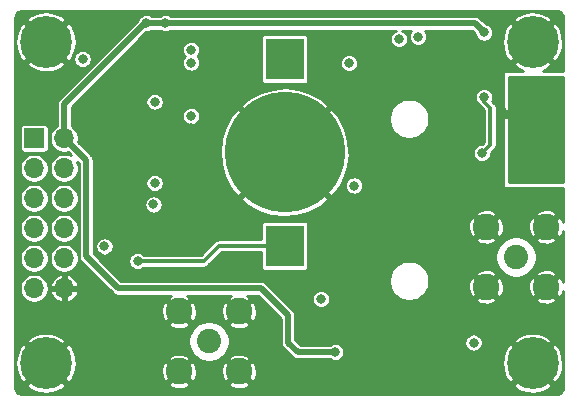
<source format=gbl>
G04 #@! TF.GenerationSoftware,KiCad,Pcbnew,5.1.8-5.1.8*
G04 #@! TF.CreationDate,2020-12-27T23:55:11+01:00*
G04 #@! TF.ProjectId,ublox-breakout,75626c6f-782d-4627-9265-616b6f75742e,rev?*
G04 #@! TF.SameCoordinates,PX71f6ce0PY7cfd120*
G04 #@! TF.FileFunction,Copper,L4,Bot*
G04 #@! TF.FilePolarity,Positive*
%FSLAX46Y46*%
G04 Gerber Fmt 4.6, Leading zero omitted, Abs format (unit mm)*
G04 Created by KiCad (PCBNEW 5.1.8-5.1.8) date 2020-12-27 23:55:11*
%MOMM*%
%LPD*%
G01*
G04 APERTURE LIST*
G04 #@! TA.AperFunction,ComponentPad*
%ADD10C,2.250000*%
G04 #@! TD*
G04 #@! TA.AperFunction,ComponentPad*
%ADD11C,2.050000*%
G04 #@! TD*
G04 #@! TA.AperFunction,SMDPad,CuDef*
%ADD12C,10.200000*%
G04 #@! TD*
G04 #@! TA.AperFunction,SMDPad,CuDef*
%ADD13R,3.300000X3.500000*%
G04 #@! TD*
G04 #@! TA.AperFunction,ComponentPad*
%ADD14C,0.700000*%
G04 #@! TD*
G04 #@! TA.AperFunction,ComponentPad*
%ADD15C,4.400000*%
G04 #@! TD*
G04 #@! TA.AperFunction,ComponentPad*
%ADD16O,1.700000X1.700000*%
G04 #@! TD*
G04 #@! TA.AperFunction,ComponentPad*
%ADD17R,1.700000X1.700000*%
G04 #@! TD*
G04 #@! TA.AperFunction,ViaPad*
%ADD18C,0.800000*%
G04 #@! TD*
G04 #@! TA.AperFunction,Conductor*
%ADD19C,0.500000*%
G04 #@! TD*
G04 #@! TA.AperFunction,Conductor*
%ADD20C,0.350000*%
G04 #@! TD*
G04 #@! TA.AperFunction,Conductor*
%ADD21C,0.250000*%
G04 #@! TD*
G04 #@! TA.AperFunction,Conductor*
%ADD22C,0.100000*%
G04 #@! TD*
G04 APERTURE END LIST*
D10*
X19340000Y7440000D03*
X19340000Y2360000D03*
X14260000Y2360000D03*
X14260000Y7440000D03*
D11*
X16800000Y4900000D03*
D12*
X23200000Y20900000D03*
D13*
X23200000Y13000000D03*
X23200000Y28800000D03*
D14*
X4166726Y4226726D03*
X3000000Y4710000D03*
X1833274Y4226726D03*
X1350000Y3060000D03*
X1833274Y1893274D03*
X3000000Y1410000D03*
X4166726Y1893274D03*
X4650000Y3060000D03*
D15*
X3000000Y3060000D03*
D14*
X45366726Y4226726D03*
X44200000Y4710000D03*
X43033274Y4226726D03*
X42550000Y3060000D03*
X43033274Y1893274D03*
X44200000Y1410000D03*
X45366726Y1893274D03*
X45850000Y3060000D03*
D15*
X44200000Y3060000D03*
D14*
X45366726Y31426726D03*
X44200000Y31910000D03*
X43033274Y31426726D03*
X42550000Y30260000D03*
X43033274Y29093274D03*
X44200000Y28610000D03*
X45366726Y29093274D03*
X45850000Y30260000D03*
D15*
X44200000Y30260000D03*
D14*
X4166726Y31426726D03*
X3000000Y31910000D03*
X1833274Y31426726D03*
X1350000Y30260000D03*
X1833274Y29093274D03*
X3000000Y28610000D03*
X4166726Y29093274D03*
X4650000Y30260000D03*
D15*
X3000000Y30260000D03*
D16*
X4540000Y9400000D03*
X2000000Y9400000D03*
X4540000Y11940000D03*
X2000000Y11940000D03*
X4540000Y14480000D03*
X2000000Y14480000D03*
X4540000Y17020000D03*
X2000000Y17020000D03*
X4540000Y19560000D03*
X2000000Y19560000D03*
X4540000Y22100000D03*
D17*
X2000000Y22100000D03*
D10*
X40260000Y9520000D03*
X40260000Y14600000D03*
X45340000Y14600000D03*
X45340000Y9520000D03*
D11*
X42800000Y12060000D03*
D18*
X27800000Y20750000D03*
X18600000Y20850000D03*
X42700000Y20010000D03*
X43550000Y20710000D03*
X46000000Y19060000D03*
X45400000Y19960000D03*
X46300000Y21160000D03*
X45100000Y21160000D03*
X46300000Y22260000D03*
X45100000Y22260000D03*
X45700000Y24410000D03*
X43550000Y25010000D03*
X42700000Y25710000D03*
X46000000Y25760000D03*
X45400000Y26710000D03*
X39800000Y24260002D03*
X38582041Y13266133D03*
X37428372Y14009432D03*
X36206027Y14685965D03*
X34818139Y14860000D03*
X33412092Y14860000D03*
X32200000Y12460000D03*
X33412092Y12460000D03*
X34818139Y12460000D03*
X36079434Y11983510D03*
X37220780Y11177328D03*
X38581890Y10862539D03*
X32200000Y14860000D03*
X31800000Y19660000D03*
X12300000Y12500000D03*
X15300000Y12500000D03*
X35400000Y16450000D03*
X9800000Y17600000D03*
X10300000Y22900000D03*
X15300000Y23000000D03*
X12200000Y21800000D03*
X11700000Y19200000D03*
X10600000Y18300000D03*
X15300000Y13600000D03*
X29100000Y14700000D03*
X29100000Y12500000D03*
X29600000Y2400000D03*
X28600000Y1400000D03*
X41500000Y24600000D03*
X35200000Y1400000D03*
X36800000Y1400000D03*
X25000000Y5700000D03*
X27100000Y5700000D03*
X26300000Y1300000D03*
X6050000Y31300000D03*
X6050000Y30200000D03*
X44100000Y16150000D03*
X40900000Y18950000D03*
X35500000Y21250000D03*
X15300000Y24000000D03*
X39200000Y4800000D03*
X6100002Y28800000D03*
X7950000Y12950000D03*
X40100002Y31060000D03*
X27500018Y4000000D03*
X11500000Y31850000D03*
X13100000Y31850000D03*
X40100000Y25599998D03*
X39900000Y20840000D03*
X34500000Y30700000D03*
X15300000Y29600000D03*
X15300000Y28500000D03*
X32900000Y30500000D03*
X26300000Y8500000D03*
X12100000Y16500000D03*
X29099996Y18100000D03*
X12200000Y18300004D03*
X28650000Y28450000D03*
X12200000Y25200000D03*
X10750000Y11700000D03*
D19*
X4540000Y21518002D02*
X4540000Y22100000D01*
X6400000Y20240000D02*
X4540000Y22100000D01*
X6400000Y12100000D02*
X6400000Y20240000D01*
X9100000Y9400000D02*
X6400000Y12100000D01*
X21200000Y9400000D02*
X9100000Y9400000D01*
X23500000Y7100000D02*
X21200000Y9400000D01*
X23500000Y4800000D02*
X23500000Y7100000D01*
X24300000Y4000000D02*
X23500000Y4800000D01*
X27500018Y4000000D02*
X24300000Y4000000D01*
X39310002Y31850000D02*
X40100002Y31060000D01*
X11400000Y31850000D02*
X39310002Y31850000D01*
X4540000Y24990000D02*
X11400000Y31850000D01*
X4540000Y22100000D02*
X4540000Y24990000D01*
D20*
X40100000Y25200000D02*
X40100000Y25599998D01*
X40600000Y24700000D02*
X40100000Y25200000D01*
X40600000Y21540000D02*
X40600000Y24700000D01*
X40600000Y21540000D02*
X39900000Y20840000D01*
X23200000Y13000000D02*
X17650000Y13000000D01*
X16350000Y11700000D02*
X10750000Y11700000D01*
X17650000Y13000000D02*
X16350000Y11700000D01*
D21*
X46316167Y32846691D02*
X46427913Y32812953D01*
X46530971Y32758157D01*
X46621430Y32684380D01*
X46695832Y32594444D01*
X46751350Y32491764D01*
X46785865Y32380265D01*
X46800001Y32245776D01*
X46800001Y27825000D01*
X45040800Y27825000D01*
X45211792Y27878566D01*
X45617968Y28095673D01*
X45872713Y28410510D01*
X44200000Y30083223D01*
X42527287Y28410510D01*
X42782032Y28095673D01*
X43231518Y27860628D01*
X43352915Y27825000D01*
X41800000Y27825000D01*
X41775614Y27822598D01*
X41752165Y27815485D01*
X41730554Y27803934D01*
X41711612Y27788388D01*
X41696066Y27769446D01*
X41684515Y27747835D01*
X41677402Y27724386D01*
X41675000Y27700000D01*
X41675000Y24500000D01*
X41677402Y24475614D01*
X41684515Y24452165D01*
X41696066Y24430554D01*
X41711612Y24411612D01*
X41730554Y24396066D01*
X41752165Y24384515D01*
X41775614Y24377402D01*
X41800000Y24375000D01*
X42100000Y24375000D01*
X42124386Y24377402D01*
X42147835Y24384515D01*
X42169446Y24396066D01*
X42188388Y24411612D01*
X42203934Y24430554D01*
X42215485Y24452165D01*
X42222598Y24475614D01*
X42225000Y24500000D01*
X42225000Y27275000D01*
X46800001Y27275000D01*
X46800001Y18425000D01*
X42225000Y18425000D01*
X42225000Y23800000D01*
X42222598Y23824386D01*
X42215485Y23847835D01*
X42203934Y23869446D01*
X42188388Y23888388D01*
X42169446Y23903934D01*
X42147835Y23915485D01*
X42124386Y23922598D01*
X42100000Y23925000D01*
X41800000Y23925000D01*
X41775614Y23922598D01*
X41752165Y23915485D01*
X41730554Y23903934D01*
X41711612Y23888388D01*
X41696066Y23869446D01*
X41684515Y23847835D01*
X41677402Y23824386D01*
X41675000Y23800000D01*
X41675000Y18000000D01*
X41677402Y17975614D01*
X41684515Y17952165D01*
X41696066Y17930554D01*
X41711612Y17911612D01*
X41730554Y17896066D01*
X41752165Y17884515D01*
X41775614Y17877402D01*
X41800000Y17875000D01*
X46800001Y17875000D01*
X46800000Y14969860D01*
X46705961Y15237165D01*
X46628670Y15381765D01*
X46423973Y15507197D01*
X45516777Y14600000D01*
X46423973Y13692803D01*
X46628670Y13818235D01*
X46756424Y14084663D01*
X46800000Y14254778D01*
X46800000Y9889860D01*
X46705961Y10157165D01*
X46628670Y10301765D01*
X46423973Y10427197D01*
X45516777Y9520000D01*
X46423973Y8612803D01*
X46628670Y8738235D01*
X46756424Y9004663D01*
X46800000Y9174777D01*
X46800000Y1079564D01*
X46786691Y943833D01*
X46752953Y832088D01*
X46698156Y729028D01*
X46624380Y638570D01*
X46534444Y564168D01*
X46431764Y508650D01*
X46320265Y474135D01*
X46185785Y460000D01*
X1019564Y460000D01*
X883833Y473309D01*
X772088Y507047D01*
X669028Y561844D01*
X578570Y635620D01*
X504168Y725556D01*
X448650Y828236D01*
X414135Y939735D01*
X400000Y1074215D01*
X400000Y1210510D01*
X1327287Y1210510D01*
X1582032Y895673D01*
X2031518Y660628D01*
X2518221Y517789D01*
X3023438Y472646D01*
X3527756Y526934D01*
X4011792Y678566D01*
X4417968Y895673D01*
X4672713Y1210510D01*
X4607196Y1276027D01*
X13352803Y1276027D01*
X13478235Y1071330D01*
X13744663Y943576D01*
X14030896Y870255D01*
X14325933Y854184D01*
X14618437Y895981D01*
X14897165Y994039D01*
X15041765Y1071330D01*
X15167197Y1276027D01*
X18432803Y1276027D01*
X18558235Y1071330D01*
X18824663Y943576D01*
X19110896Y870255D01*
X19405933Y854184D01*
X19698437Y895981D01*
X19977165Y994039D01*
X20121765Y1071330D01*
X20207050Y1210510D01*
X42527287Y1210510D01*
X42782032Y895673D01*
X43231518Y660628D01*
X43718221Y517789D01*
X44223438Y472646D01*
X44727756Y526934D01*
X45211792Y678566D01*
X45617968Y895673D01*
X45872713Y1210510D01*
X44200000Y2883223D01*
X42527287Y1210510D01*
X20207050Y1210510D01*
X20247197Y1276027D01*
X19340000Y2183223D01*
X18432803Y1276027D01*
X15167197Y1276027D01*
X14260000Y2183223D01*
X13352803Y1276027D01*
X4607196Y1276027D01*
X3000000Y2883223D01*
X1327287Y1210510D01*
X400000Y1210510D01*
X400000Y3036562D01*
X412646Y3036562D01*
X466934Y2532244D01*
X618566Y2048208D01*
X835673Y1642032D01*
X1150510Y1387287D01*
X2823223Y3060000D01*
X3176777Y3060000D01*
X4849490Y1387287D01*
X5164327Y1642032D01*
X5399372Y2091518D01*
X5458816Y2294067D01*
X12754184Y2294067D01*
X12795981Y2001563D01*
X12894039Y1722835D01*
X12971330Y1578235D01*
X13176027Y1452803D01*
X14083223Y2360000D01*
X14436777Y2360000D01*
X15343973Y1452803D01*
X15548670Y1578235D01*
X15676424Y1844663D01*
X15749745Y2130896D01*
X15758633Y2294067D01*
X17834184Y2294067D01*
X17875981Y2001563D01*
X17974039Y1722835D01*
X18051330Y1578235D01*
X18256027Y1452803D01*
X19163223Y2360000D01*
X19516777Y2360000D01*
X20423973Y1452803D01*
X20628670Y1578235D01*
X20756424Y1844663D01*
X20829745Y2130896D01*
X20845816Y2425933D01*
X20804019Y2718437D01*
X20705961Y2997165D01*
X20684903Y3036562D01*
X41612646Y3036562D01*
X41666934Y2532244D01*
X41818566Y2048208D01*
X42035673Y1642032D01*
X42350510Y1387287D01*
X44023223Y3060000D01*
X44376777Y3060000D01*
X46049490Y1387287D01*
X46364327Y1642032D01*
X46599372Y2091518D01*
X46742211Y2578221D01*
X46787354Y3083438D01*
X46733066Y3587756D01*
X46581434Y4071792D01*
X46364327Y4477968D01*
X46049490Y4732713D01*
X44376777Y3060000D01*
X44023223Y3060000D01*
X42350510Y4732713D01*
X42035673Y4477968D01*
X41800628Y4028482D01*
X41657789Y3541779D01*
X41612646Y3036562D01*
X20684903Y3036562D01*
X20628670Y3141765D01*
X20423973Y3267197D01*
X19516777Y2360000D01*
X19163223Y2360000D01*
X18256027Y3267197D01*
X18051330Y3141765D01*
X17923576Y2875337D01*
X17850255Y2589104D01*
X17834184Y2294067D01*
X15758633Y2294067D01*
X15765816Y2425933D01*
X15724019Y2718437D01*
X15625961Y2997165D01*
X15548670Y3141765D01*
X15343973Y3267197D01*
X14436777Y2360000D01*
X14083223Y2360000D01*
X13176027Y3267197D01*
X12971330Y3141765D01*
X12843576Y2875337D01*
X12770255Y2589104D01*
X12754184Y2294067D01*
X5458816Y2294067D01*
X5542211Y2578221D01*
X5587354Y3083438D01*
X5548544Y3443973D01*
X13352803Y3443973D01*
X14260000Y2536777D01*
X15167197Y3443973D01*
X15041765Y3648670D01*
X14775337Y3776424D01*
X14489104Y3849745D01*
X14194067Y3865816D01*
X13901563Y3824019D01*
X13622835Y3725961D01*
X13478235Y3648670D01*
X13352803Y3443973D01*
X5548544Y3443973D01*
X5533066Y3587756D01*
X5381434Y4071792D01*
X5164327Y4477968D01*
X4849490Y4732713D01*
X3176777Y3060000D01*
X2823223Y3060000D01*
X1150510Y4732713D01*
X835673Y4477968D01*
X600628Y4028482D01*
X457789Y3541779D01*
X412646Y3036562D01*
X400000Y3036562D01*
X400000Y4909490D01*
X1327287Y4909490D01*
X3000000Y3236777D01*
X4672713Y4909490D01*
X4540930Y5072360D01*
X15050000Y5072360D01*
X15050000Y4727640D01*
X15117251Y4389544D01*
X15249170Y4071064D01*
X15440686Y3784440D01*
X15684440Y3540686D01*
X15971064Y3349170D01*
X16289544Y3217251D01*
X16627640Y3150000D01*
X16972360Y3150000D01*
X17310456Y3217251D01*
X17628936Y3349170D01*
X17770818Y3443973D01*
X18432803Y3443973D01*
X19340000Y2536777D01*
X20247197Y3443973D01*
X20121765Y3648670D01*
X19855337Y3776424D01*
X19569104Y3849745D01*
X19274067Y3865816D01*
X18981563Y3824019D01*
X18702835Y3725961D01*
X18558235Y3648670D01*
X18432803Y3443973D01*
X17770818Y3443973D01*
X17915560Y3540686D01*
X18159314Y3784440D01*
X18350830Y4071064D01*
X18482749Y4389544D01*
X18550000Y4727640D01*
X18550000Y5072360D01*
X18482749Y5410456D01*
X18350830Y5728936D01*
X18159314Y6015560D01*
X17915560Y6259314D01*
X17770819Y6356027D01*
X18432803Y6356027D01*
X18558235Y6151330D01*
X18824663Y6023576D01*
X19110896Y5950255D01*
X19405933Y5934184D01*
X19698437Y5975981D01*
X19977165Y6074039D01*
X20121765Y6151330D01*
X20247197Y6356027D01*
X19340000Y7263223D01*
X18432803Y6356027D01*
X17770819Y6356027D01*
X17628936Y6450830D01*
X17310456Y6582749D01*
X16972360Y6650000D01*
X16627640Y6650000D01*
X16289544Y6582749D01*
X15971064Y6450830D01*
X15684440Y6259314D01*
X15440686Y6015560D01*
X15249170Y5728936D01*
X15117251Y5410456D01*
X15050000Y5072360D01*
X4540930Y5072360D01*
X4417968Y5224327D01*
X3968482Y5459372D01*
X3481779Y5602211D01*
X2976562Y5647354D01*
X2472244Y5593066D01*
X1988208Y5441434D01*
X1582032Y5224327D01*
X1327287Y4909490D01*
X400000Y4909490D01*
X400000Y6356027D01*
X13352803Y6356027D01*
X13478235Y6151330D01*
X13744663Y6023576D01*
X14030896Y5950255D01*
X14325933Y5934184D01*
X14618437Y5975981D01*
X14897165Y6074039D01*
X15041765Y6151330D01*
X15167197Y6356027D01*
X14260000Y7263223D01*
X13352803Y6356027D01*
X400000Y6356027D01*
X400000Y7374067D01*
X12754184Y7374067D01*
X12795981Y7081563D01*
X12894039Y6802835D01*
X12971330Y6658235D01*
X13176027Y6532803D01*
X14083223Y7440000D01*
X14436777Y7440000D01*
X15343973Y6532803D01*
X15548670Y6658235D01*
X15676424Y6924663D01*
X15749745Y7210896D01*
X15758633Y7374067D01*
X17834184Y7374067D01*
X17875981Y7081563D01*
X17974039Y6802835D01*
X18051330Y6658235D01*
X18256027Y6532803D01*
X19163223Y7440000D01*
X19516777Y7440000D01*
X20423973Y6532803D01*
X20628670Y6658235D01*
X20756424Y6924663D01*
X20829745Y7210896D01*
X20845816Y7505933D01*
X20804019Y7798437D01*
X20705961Y8077165D01*
X20628670Y8221765D01*
X20423973Y8347197D01*
X19516777Y7440000D01*
X19163223Y7440000D01*
X18256027Y8347197D01*
X18051330Y8221765D01*
X17923576Y7955337D01*
X17850255Y7669104D01*
X17834184Y7374067D01*
X15758633Y7374067D01*
X15765816Y7505933D01*
X15724019Y7798437D01*
X15625961Y8077165D01*
X15548670Y8221765D01*
X15343973Y8347197D01*
X14436777Y7440000D01*
X14083223Y7440000D01*
X13176027Y8347197D01*
X12971330Y8221765D01*
X12843576Y7955337D01*
X12770255Y7669104D01*
X12754184Y7374067D01*
X400000Y7374067D01*
X400000Y9520652D01*
X775000Y9520652D01*
X775000Y9279348D01*
X822076Y9042681D01*
X914419Y8819745D01*
X1048481Y8619108D01*
X1219108Y8448481D01*
X1419745Y8314419D01*
X1642681Y8222076D01*
X1879348Y8175000D01*
X2120652Y8175000D01*
X2357319Y8222076D01*
X2580255Y8314419D01*
X2780892Y8448481D01*
X2951519Y8619108D01*
X3085581Y8819745D01*
X3177924Y9042681D01*
X3186522Y9085907D01*
X3355951Y9085907D01*
X3380993Y9003333D01*
X3480649Y8784844D01*
X3621015Y8589995D01*
X3796697Y8426274D01*
X4000944Y8299973D01*
X4225906Y8215945D01*
X4415000Y8275138D01*
X4415000Y9275000D01*
X4665000Y9275000D01*
X4665000Y8275138D01*
X4854094Y8215945D01*
X5079056Y8299973D01*
X5283303Y8426274D01*
X5458985Y8589995D01*
X5599351Y8784844D01*
X5699007Y9003333D01*
X5724049Y9085907D01*
X5664323Y9275000D01*
X4665000Y9275000D01*
X4415000Y9275000D01*
X3415677Y9275000D01*
X3355951Y9085907D01*
X3186522Y9085907D01*
X3225000Y9279348D01*
X3225000Y9520652D01*
X3186523Y9714093D01*
X3355951Y9714093D01*
X3415677Y9525000D01*
X4415000Y9525000D01*
X4415000Y10524862D01*
X4665000Y10524862D01*
X4665000Y9525000D01*
X5664323Y9525000D01*
X5724049Y9714093D01*
X5699007Y9796667D01*
X5599351Y10015156D01*
X5458985Y10210005D01*
X5283303Y10373726D01*
X5079056Y10500027D01*
X4854094Y10584055D01*
X4665000Y10524862D01*
X4415000Y10524862D01*
X4225906Y10584055D01*
X4000944Y10500027D01*
X3796697Y10373726D01*
X3621015Y10210005D01*
X3480649Y10015156D01*
X3380993Y9796667D01*
X3355951Y9714093D01*
X3186523Y9714093D01*
X3177924Y9757319D01*
X3085581Y9980255D01*
X2951519Y10180892D01*
X2780892Y10351519D01*
X2580255Y10485581D01*
X2357319Y10577924D01*
X2120652Y10625000D01*
X1879348Y10625000D01*
X1642681Y10577924D01*
X1419745Y10485581D01*
X1219108Y10351519D01*
X1048481Y10180892D01*
X914419Y9980255D01*
X822076Y9757319D01*
X775000Y9520652D01*
X400000Y9520652D01*
X400000Y12060652D01*
X775000Y12060652D01*
X775000Y11819348D01*
X822076Y11582681D01*
X914419Y11359745D01*
X1048481Y11159108D01*
X1219108Y10988481D01*
X1419745Y10854419D01*
X1642681Y10762076D01*
X1879348Y10715000D01*
X2120652Y10715000D01*
X2357319Y10762076D01*
X2580255Y10854419D01*
X2780892Y10988481D01*
X2951519Y11159108D01*
X3085581Y11359745D01*
X3177924Y11582681D01*
X3225000Y11819348D01*
X3225000Y12060652D01*
X3315000Y12060652D01*
X3315000Y11819348D01*
X3362076Y11582681D01*
X3454419Y11359745D01*
X3588481Y11159108D01*
X3759108Y10988481D01*
X3959745Y10854419D01*
X4182681Y10762076D01*
X4419348Y10715000D01*
X4660652Y10715000D01*
X4897319Y10762076D01*
X5120255Y10854419D01*
X5320892Y10988481D01*
X5491519Y11159108D01*
X5625581Y11359745D01*
X5717924Y11582681D01*
X5765000Y11819348D01*
X5765000Y12060652D01*
X5717924Y12297319D01*
X5625581Y12520255D01*
X5491519Y12720892D01*
X5320892Y12891519D01*
X5120255Y13025581D01*
X4897319Y13117924D01*
X4660652Y13165000D01*
X4419348Y13165000D01*
X4182681Y13117924D01*
X3959745Y13025581D01*
X3759108Y12891519D01*
X3588481Y12720892D01*
X3454419Y12520255D01*
X3362076Y12297319D01*
X3315000Y12060652D01*
X3225000Y12060652D01*
X3177924Y12297319D01*
X3085581Y12520255D01*
X2951519Y12720892D01*
X2780892Y12891519D01*
X2580255Y13025581D01*
X2357319Y13117924D01*
X2120652Y13165000D01*
X1879348Y13165000D01*
X1642681Y13117924D01*
X1419745Y13025581D01*
X1219108Y12891519D01*
X1048481Y12720892D01*
X914419Y12520255D01*
X822076Y12297319D01*
X775000Y12060652D01*
X400000Y12060652D01*
X400000Y14600652D01*
X775000Y14600652D01*
X775000Y14359348D01*
X822076Y14122681D01*
X914419Y13899745D01*
X1048481Y13699108D01*
X1219108Y13528481D01*
X1419745Y13394419D01*
X1642681Y13302076D01*
X1879348Y13255000D01*
X2120652Y13255000D01*
X2357319Y13302076D01*
X2580255Y13394419D01*
X2780892Y13528481D01*
X2951519Y13699108D01*
X3085581Y13899745D01*
X3177924Y14122681D01*
X3225000Y14359348D01*
X3225000Y14600652D01*
X3315000Y14600652D01*
X3315000Y14359348D01*
X3362076Y14122681D01*
X3454419Y13899745D01*
X3588481Y13699108D01*
X3759108Y13528481D01*
X3959745Y13394419D01*
X4182681Y13302076D01*
X4419348Y13255000D01*
X4660652Y13255000D01*
X4897319Y13302076D01*
X5120255Y13394419D01*
X5320892Y13528481D01*
X5491519Y13699108D01*
X5625581Y13899745D01*
X5717924Y14122681D01*
X5765000Y14359348D01*
X5765000Y14600652D01*
X5717924Y14837319D01*
X5625581Y15060255D01*
X5491519Y15260892D01*
X5320892Y15431519D01*
X5120255Y15565581D01*
X4897319Y15657924D01*
X4660652Y15705000D01*
X4419348Y15705000D01*
X4182681Y15657924D01*
X3959745Y15565581D01*
X3759108Y15431519D01*
X3588481Y15260892D01*
X3454419Y15060255D01*
X3362076Y14837319D01*
X3315000Y14600652D01*
X3225000Y14600652D01*
X3177924Y14837319D01*
X3085581Y15060255D01*
X2951519Y15260892D01*
X2780892Y15431519D01*
X2580255Y15565581D01*
X2357319Y15657924D01*
X2120652Y15705000D01*
X1879348Y15705000D01*
X1642681Y15657924D01*
X1419745Y15565581D01*
X1219108Y15431519D01*
X1048481Y15260892D01*
X914419Y15060255D01*
X822076Y14837319D01*
X775000Y14600652D01*
X400000Y14600652D01*
X400000Y17140652D01*
X775000Y17140652D01*
X775000Y16899348D01*
X822076Y16662681D01*
X914419Y16439745D01*
X1048481Y16239108D01*
X1219108Y16068481D01*
X1419745Y15934419D01*
X1642681Y15842076D01*
X1879348Y15795000D01*
X2120652Y15795000D01*
X2357319Y15842076D01*
X2580255Y15934419D01*
X2780892Y16068481D01*
X2951519Y16239108D01*
X3085581Y16439745D01*
X3177924Y16662681D01*
X3225000Y16899348D01*
X3225000Y17140652D01*
X3315000Y17140652D01*
X3315000Y16899348D01*
X3362076Y16662681D01*
X3454419Y16439745D01*
X3588481Y16239108D01*
X3759108Y16068481D01*
X3959745Y15934419D01*
X4182681Y15842076D01*
X4419348Y15795000D01*
X4660652Y15795000D01*
X4897319Y15842076D01*
X5120255Y15934419D01*
X5320892Y16068481D01*
X5491519Y16239108D01*
X5625581Y16439745D01*
X5717924Y16662681D01*
X5765000Y16899348D01*
X5765000Y17140652D01*
X5717924Y17377319D01*
X5625581Y17600255D01*
X5491519Y17800892D01*
X5320892Y17971519D01*
X5120255Y18105581D01*
X4897319Y18197924D01*
X4660652Y18245000D01*
X4419348Y18245000D01*
X4182681Y18197924D01*
X3959745Y18105581D01*
X3759108Y17971519D01*
X3588481Y17800892D01*
X3454419Y17600255D01*
X3362076Y17377319D01*
X3315000Y17140652D01*
X3225000Y17140652D01*
X3177924Y17377319D01*
X3085581Y17600255D01*
X2951519Y17800892D01*
X2780892Y17971519D01*
X2580255Y18105581D01*
X2357319Y18197924D01*
X2120652Y18245000D01*
X1879348Y18245000D01*
X1642681Y18197924D01*
X1419745Y18105581D01*
X1219108Y17971519D01*
X1048481Y17800892D01*
X914419Y17600255D01*
X822076Y17377319D01*
X775000Y17140652D01*
X400000Y17140652D01*
X400000Y19680652D01*
X775000Y19680652D01*
X775000Y19439348D01*
X822076Y19202681D01*
X914419Y18979745D01*
X1048481Y18779108D01*
X1219108Y18608481D01*
X1419745Y18474419D01*
X1642681Y18382076D01*
X1879348Y18335000D01*
X2120652Y18335000D01*
X2357319Y18382076D01*
X2580255Y18474419D01*
X2780892Y18608481D01*
X2951519Y18779108D01*
X3085581Y18979745D01*
X3177924Y19202681D01*
X3225000Y19439348D01*
X3225000Y19680652D01*
X3177924Y19917319D01*
X3085581Y20140255D01*
X2951519Y20340892D01*
X2780892Y20511519D01*
X2580255Y20645581D01*
X2357319Y20737924D01*
X2120652Y20785000D01*
X1879348Y20785000D01*
X1642681Y20737924D01*
X1419745Y20645581D01*
X1219108Y20511519D01*
X1048481Y20340892D01*
X914419Y20140255D01*
X822076Y19917319D01*
X775000Y19680652D01*
X400000Y19680652D01*
X400000Y22950000D01*
X773186Y22950000D01*
X773186Y21250000D01*
X780426Y21176487D01*
X801869Y21105800D01*
X836691Y21040653D01*
X883552Y20983552D01*
X940653Y20936691D01*
X1005800Y20901869D01*
X1076487Y20880426D01*
X1150000Y20873186D01*
X2850000Y20873186D01*
X2923513Y20880426D01*
X2994200Y20901869D01*
X3059347Y20936691D01*
X3116448Y20983552D01*
X3163309Y21040653D01*
X3198131Y21105800D01*
X3219574Y21176487D01*
X3226814Y21250000D01*
X3226814Y22220652D01*
X3315000Y22220652D01*
X3315000Y21979348D01*
X3362076Y21742681D01*
X3454419Y21519745D01*
X3588481Y21319108D01*
X3759108Y21148481D01*
X3959745Y21014419D01*
X4182681Y20922076D01*
X4419348Y20875000D01*
X4660652Y20875000D01*
X4844540Y20911578D01*
X5103664Y20652453D01*
X4897319Y20737924D01*
X4660652Y20785000D01*
X4419348Y20785000D01*
X4182681Y20737924D01*
X3959745Y20645581D01*
X3759108Y20511519D01*
X3588481Y20340892D01*
X3454419Y20140255D01*
X3362076Y19917319D01*
X3315000Y19680652D01*
X3315000Y19439348D01*
X3362076Y19202681D01*
X3454419Y18979745D01*
X3588481Y18779108D01*
X3759108Y18608481D01*
X3959745Y18474419D01*
X4182681Y18382076D01*
X4419348Y18335000D01*
X4660652Y18335000D01*
X4897319Y18382076D01*
X5120255Y18474419D01*
X5320892Y18608481D01*
X5491519Y18779108D01*
X5625581Y18979745D01*
X5717924Y19202681D01*
X5765000Y19439348D01*
X5765000Y19680652D01*
X5717924Y19917319D01*
X5632453Y20123664D01*
X5775001Y19981116D01*
X5775000Y12130694D01*
X5771977Y12100000D01*
X5775000Y12069306D01*
X5775000Y12069297D01*
X5784043Y11977480D01*
X5819781Y11859667D01*
X5877817Y11751090D01*
X5955920Y11655920D01*
X5979776Y11636342D01*
X8636351Y8979765D01*
X8655920Y8955920D01*
X8679765Y8936351D01*
X8679769Y8936347D01*
X8751088Y8877817D01*
X8791112Y8856424D01*
X8859666Y8819781D01*
X8977479Y8784043D01*
X9069296Y8775000D01*
X9069298Y8775000D01*
X9100000Y8771976D01*
X9130702Y8775000D01*
X13564912Y8775000D01*
X13478235Y8728670D01*
X13352803Y8523973D01*
X14260000Y7616777D01*
X15167197Y8523973D01*
X15041765Y8728670D01*
X14945145Y8775000D01*
X18644912Y8775000D01*
X18558235Y8728670D01*
X18432803Y8523973D01*
X19340000Y7616777D01*
X20247197Y8523973D01*
X20121765Y8728670D01*
X20025145Y8775000D01*
X20941118Y8775000D01*
X22875001Y6841116D01*
X22875000Y4830694D01*
X22871977Y4800000D01*
X22875000Y4769306D01*
X22875000Y4769297D01*
X22884043Y4677480D01*
X22919781Y4559667D01*
X22977817Y4451090D01*
X23055920Y4355920D01*
X23079776Y4336342D01*
X23836346Y3579771D01*
X23855920Y3555920D01*
X23951089Y3477817D01*
X24059666Y3419781D01*
X24177479Y3384043D01*
X24269296Y3375000D01*
X24269298Y3375000D01*
X24300000Y3371976D01*
X24330701Y3375000D01*
X27040433Y3375000D01*
X27132918Y3313204D01*
X27273959Y3254783D01*
X27423687Y3225000D01*
X27576349Y3225000D01*
X27726077Y3254783D01*
X27867118Y3313204D01*
X27994052Y3398018D01*
X28102000Y3505966D01*
X28186814Y3632900D01*
X28245235Y3773941D01*
X28275018Y3923669D01*
X28275018Y4076331D01*
X28245235Y4226059D01*
X28186814Y4367100D01*
X28102000Y4494034D01*
X27994052Y4601982D01*
X27867118Y4686796D01*
X27726077Y4745217D01*
X27576349Y4775000D01*
X27423687Y4775000D01*
X27273959Y4745217D01*
X27132918Y4686796D01*
X27040433Y4625000D01*
X24558883Y4625000D01*
X24307552Y4876331D01*
X38425000Y4876331D01*
X38425000Y4723669D01*
X38454783Y4573941D01*
X38513204Y4432900D01*
X38598018Y4305966D01*
X38705966Y4198018D01*
X38832900Y4113204D01*
X38973941Y4054783D01*
X39123669Y4025000D01*
X39276331Y4025000D01*
X39426059Y4054783D01*
X39567100Y4113204D01*
X39694034Y4198018D01*
X39801982Y4305966D01*
X39886796Y4432900D01*
X39945217Y4573941D01*
X39975000Y4723669D01*
X39975000Y4876331D01*
X39968405Y4909490D01*
X42527287Y4909490D01*
X44200000Y3236777D01*
X45872713Y4909490D01*
X45617968Y5224327D01*
X45168482Y5459372D01*
X44681779Y5602211D01*
X44176562Y5647354D01*
X43672244Y5593066D01*
X43188208Y5441434D01*
X42782032Y5224327D01*
X42527287Y4909490D01*
X39968405Y4909490D01*
X39945217Y5026059D01*
X39886796Y5167100D01*
X39801982Y5294034D01*
X39694034Y5401982D01*
X39567100Y5486796D01*
X39426059Y5545217D01*
X39276331Y5575000D01*
X39123669Y5575000D01*
X38973941Y5545217D01*
X38832900Y5486796D01*
X38705966Y5401982D01*
X38598018Y5294034D01*
X38513204Y5167100D01*
X38454783Y5026059D01*
X38425000Y4876331D01*
X24307552Y4876331D01*
X24125000Y5058882D01*
X24125000Y7069307D01*
X24128023Y7100001D01*
X24125000Y7130695D01*
X24125000Y7130704D01*
X24115957Y7222521D01*
X24080219Y7340334D01*
X24022183Y7448911D01*
X24022182Y7448913D01*
X23963652Y7520231D01*
X23944080Y7544080D01*
X23920229Y7563654D01*
X22907552Y8576331D01*
X25525000Y8576331D01*
X25525000Y8423669D01*
X25554783Y8273941D01*
X25613204Y8132900D01*
X25698018Y8005966D01*
X25805966Y7898018D01*
X25932900Y7813204D01*
X26073941Y7754783D01*
X26223669Y7725000D01*
X26376331Y7725000D01*
X26526059Y7754783D01*
X26667100Y7813204D01*
X26794034Y7898018D01*
X26901982Y8005966D01*
X26986796Y8132900D01*
X27045217Y8273941D01*
X27075000Y8423669D01*
X27075000Y8576331D01*
X27045217Y8726059D01*
X26986796Y8867100D01*
X26901982Y8994034D01*
X26794034Y9101982D01*
X26667100Y9186796D01*
X26526059Y9245217D01*
X26376331Y9275000D01*
X26223669Y9275000D01*
X26073941Y9245217D01*
X25932900Y9186796D01*
X25805966Y9101982D01*
X25698018Y8994034D01*
X25613204Y8867100D01*
X25554783Y8726059D01*
X25525000Y8576331D01*
X22907552Y8576331D01*
X21663658Y9820224D01*
X21644080Y9844080D01*
X21548911Y9922183D01*
X21440334Y9980219D01*
X21322521Y10015957D01*
X21230704Y10025000D01*
X21230694Y10025000D01*
X21200000Y10028023D01*
X21169306Y10025000D01*
X9358884Y10025000D01*
X9180295Y10203589D01*
X32038282Y10203589D01*
X32038282Y9866411D01*
X32104063Y9535710D01*
X32233095Y9224198D01*
X32420422Y8943844D01*
X32658844Y8705422D01*
X32939198Y8518095D01*
X33250710Y8389063D01*
X33581411Y8323282D01*
X33918589Y8323282D01*
X34249290Y8389063D01*
X34362671Y8436027D01*
X39352803Y8436027D01*
X39478235Y8231330D01*
X39744663Y8103576D01*
X40030896Y8030255D01*
X40325933Y8014184D01*
X40618437Y8055981D01*
X40897165Y8154039D01*
X41041765Y8231330D01*
X41167197Y8436027D01*
X44432803Y8436027D01*
X44558235Y8231330D01*
X44824663Y8103576D01*
X45110896Y8030255D01*
X45405933Y8014184D01*
X45698437Y8055981D01*
X45977165Y8154039D01*
X46121765Y8231330D01*
X46247197Y8436027D01*
X45340000Y9343223D01*
X44432803Y8436027D01*
X41167197Y8436027D01*
X40260000Y9343223D01*
X39352803Y8436027D01*
X34362671Y8436027D01*
X34560802Y8518095D01*
X34841156Y8705422D01*
X35079578Y8943844D01*
X35266905Y9224198D01*
X35362119Y9454067D01*
X38754184Y9454067D01*
X38795981Y9161563D01*
X38894039Y8882835D01*
X38971330Y8738235D01*
X39176027Y8612803D01*
X40083223Y9520000D01*
X40436777Y9520000D01*
X41343973Y8612803D01*
X41548670Y8738235D01*
X41676424Y9004663D01*
X41749745Y9290896D01*
X41758633Y9454067D01*
X43834184Y9454067D01*
X43875981Y9161563D01*
X43974039Y8882835D01*
X44051330Y8738235D01*
X44256027Y8612803D01*
X45163223Y9520000D01*
X44256027Y10427197D01*
X44051330Y10301765D01*
X43923576Y10035337D01*
X43850255Y9749104D01*
X43834184Y9454067D01*
X41758633Y9454067D01*
X41765816Y9585933D01*
X41724019Y9878437D01*
X41625961Y10157165D01*
X41548670Y10301765D01*
X41343973Y10427197D01*
X40436777Y9520000D01*
X40083223Y9520000D01*
X39176027Y10427197D01*
X38971330Y10301765D01*
X38843576Y10035337D01*
X38770255Y9749104D01*
X38754184Y9454067D01*
X35362119Y9454067D01*
X35395937Y9535710D01*
X35461718Y9866411D01*
X35461718Y10203589D01*
X35395937Y10534290D01*
X35367074Y10603973D01*
X39352803Y10603973D01*
X40260000Y9696777D01*
X41167197Y10603973D01*
X41041765Y10808670D01*
X40775337Y10936424D01*
X40489104Y11009745D01*
X40194067Y11025816D01*
X39901563Y10984019D01*
X39622835Y10885961D01*
X39478235Y10808670D01*
X39352803Y10603973D01*
X35367074Y10603973D01*
X35266905Y10845802D01*
X35079578Y11126156D01*
X34841156Y11364578D01*
X34560802Y11551905D01*
X34249290Y11680937D01*
X33918589Y11746718D01*
X33581411Y11746718D01*
X33250710Y11680937D01*
X32939198Y11551905D01*
X32658844Y11364578D01*
X32420422Y11126156D01*
X32233095Y10845802D01*
X32104063Y10534290D01*
X32038282Y10203589D01*
X9180295Y10203589D01*
X7607552Y11776331D01*
X9975000Y11776331D01*
X9975000Y11623669D01*
X10004783Y11473941D01*
X10063204Y11332900D01*
X10148018Y11205966D01*
X10255966Y11098018D01*
X10382900Y11013204D01*
X10523941Y10954783D01*
X10673669Y10925000D01*
X10826331Y10925000D01*
X10976059Y10954783D01*
X11117100Y11013204D01*
X11244034Y11098018D01*
X11296016Y11150000D01*
X16322992Y11150000D01*
X16350000Y11147340D01*
X16377008Y11150000D01*
X16377018Y11150000D01*
X16457819Y11157958D01*
X16561494Y11189408D01*
X16657042Y11240479D01*
X16740790Y11309210D01*
X16758013Y11330196D01*
X17877817Y12450000D01*
X21173186Y12450000D01*
X21173186Y11250000D01*
X21180426Y11176487D01*
X21201869Y11105800D01*
X21236691Y11040653D01*
X21283552Y10983552D01*
X21340653Y10936691D01*
X21405800Y10901869D01*
X21476487Y10880426D01*
X21550000Y10873186D01*
X24850000Y10873186D01*
X24923513Y10880426D01*
X24994200Y10901869D01*
X25059347Y10936691D01*
X25116448Y10983552D01*
X25163309Y11040653D01*
X25198131Y11105800D01*
X25219574Y11176487D01*
X25226814Y11250000D01*
X25226814Y12232360D01*
X41050000Y12232360D01*
X41050000Y11887640D01*
X41117251Y11549544D01*
X41249170Y11231064D01*
X41440686Y10944440D01*
X41684440Y10700686D01*
X41971064Y10509170D01*
X42289544Y10377251D01*
X42627640Y10310000D01*
X42972360Y10310000D01*
X43310456Y10377251D01*
X43628936Y10509170D01*
X43770818Y10603973D01*
X44432803Y10603973D01*
X45340000Y9696777D01*
X46247197Y10603973D01*
X46121765Y10808670D01*
X45855337Y10936424D01*
X45569104Y11009745D01*
X45274067Y11025816D01*
X44981563Y10984019D01*
X44702835Y10885961D01*
X44558235Y10808670D01*
X44432803Y10603973D01*
X43770818Y10603973D01*
X43915560Y10700686D01*
X44159314Y10944440D01*
X44350830Y11231064D01*
X44482749Y11549544D01*
X44550000Y11887640D01*
X44550000Y12232360D01*
X44482749Y12570456D01*
X44350830Y12888936D01*
X44159314Y13175560D01*
X43915560Y13419314D01*
X43770819Y13516027D01*
X44432803Y13516027D01*
X44558235Y13311330D01*
X44824663Y13183576D01*
X45110896Y13110255D01*
X45405933Y13094184D01*
X45698437Y13135981D01*
X45977165Y13234039D01*
X46121765Y13311330D01*
X46247197Y13516027D01*
X45340000Y14423223D01*
X44432803Y13516027D01*
X43770819Y13516027D01*
X43628936Y13610830D01*
X43310456Y13742749D01*
X42972360Y13810000D01*
X42627640Y13810000D01*
X42289544Y13742749D01*
X41971064Y13610830D01*
X41684440Y13419314D01*
X41440686Y13175560D01*
X41249170Y12888936D01*
X41117251Y12570456D01*
X41050000Y12232360D01*
X25226814Y12232360D01*
X25226814Y13516027D01*
X39352803Y13516027D01*
X39478235Y13311330D01*
X39744663Y13183576D01*
X40030896Y13110255D01*
X40325933Y13094184D01*
X40618437Y13135981D01*
X40897165Y13234039D01*
X41041765Y13311330D01*
X41167197Y13516027D01*
X40260000Y14423223D01*
X39352803Y13516027D01*
X25226814Y13516027D01*
X25226814Y14534067D01*
X38754184Y14534067D01*
X38795981Y14241563D01*
X38894039Y13962835D01*
X38971330Y13818235D01*
X39176027Y13692803D01*
X40083223Y14600000D01*
X40436777Y14600000D01*
X41343973Y13692803D01*
X41548670Y13818235D01*
X41676424Y14084663D01*
X41749745Y14370896D01*
X41758633Y14534067D01*
X43834184Y14534067D01*
X43875981Y14241563D01*
X43974039Y13962835D01*
X44051330Y13818235D01*
X44256027Y13692803D01*
X45163223Y14600000D01*
X44256027Y15507197D01*
X44051330Y15381765D01*
X43923576Y15115337D01*
X43850255Y14829104D01*
X43834184Y14534067D01*
X41758633Y14534067D01*
X41765816Y14665933D01*
X41724019Y14958437D01*
X41625961Y15237165D01*
X41548670Y15381765D01*
X41343973Y15507197D01*
X40436777Y14600000D01*
X40083223Y14600000D01*
X39176027Y15507197D01*
X38971330Y15381765D01*
X38843576Y15115337D01*
X38770255Y14829104D01*
X38754184Y14534067D01*
X25226814Y14534067D01*
X25226814Y14750000D01*
X25219574Y14823513D01*
X25198131Y14894200D01*
X25163309Y14959347D01*
X25116448Y15016448D01*
X25059347Y15063309D01*
X24994200Y15098131D01*
X24923513Y15119574D01*
X24850000Y15126814D01*
X21550000Y15126814D01*
X21476487Y15119574D01*
X21405800Y15098131D01*
X21340653Y15063309D01*
X21283552Y15016448D01*
X21236691Y14959347D01*
X21201869Y14894200D01*
X21180426Y14823513D01*
X21173186Y14750000D01*
X21173186Y13550000D01*
X17677011Y13550000D01*
X17650000Y13552660D01*
X17622989Y13550000D01*
X17622982Y13550000D01*
X17542181Y13542042D01*
X17438506Y13510592D01*
X17342958Y13459521D01*
X17259210Y13390790D01*
X17241987Y13369804D01*
X16122183Y12250000D01*
X11296016Y12250000D01*
X11244034Y12301982D01*
X11117100Y12386796D01*
X10976059Y12445217D01*
X10826331Y12475000D01*
X10673669Y12475000D01*
X10523941Y12445217D01*
X10382900Y12386796D01*
X10255966Y12301982D01*
X10148018Y12194034D01*
X10063204Y12067100D01*
X10004783Y11926059D01*
X9975000Y11776331D01*
X7607552Y11776331D01*
X7025000Y12358882D01*
X7025000Y13026331D01*
X7175000Y13026331D01*
X7175000Y12873669D01*
X7204783Y12723941D01*
X7263204Y12582900D01*
X7348018Y12455966D01*
X7455966Y12348018D01*
X7582900Y12263204D01*
X7723941Y12204783D01*
X7873669Y12175000D01*
X8026331Y12175000D01*
X8176059Y12204783D01*
X8317100Y12263204D01*
X8444034Y12348018D01*
X8551982Y12455966D01*
X8636796Y12582900D01*
X8695217Y12723941D01*
X8725000Y12873669D01*
X8725000Y13026331D01*
X8695217Y13176059D01*
X8636796Y13317100D01*
X8551982Y13444034D01*
X8444034Y13551982D01*
X8317100Y13636796D01*
X8176059Y13695217D01*
X8026331Y13725000D01*
X7873669Y13725000D01*
X7723941Y13695217D01*
X7582900Y13636796D01*
X7455966Y13551982D01*
X7348018Y13444034D01*
X7263204Y13317100D01*
X7204783Y13176059D01*
X7175000Y13026331D01*
X7025000Y13026331D01*
X7025000Y16576331D01*
X11325000Y16576331D01*
X11325000Y16423669D01*
X11354783Y16273941D01*
X11413204Y16132900D01*
X11498018Y16005966D01*
X11605966Y15898018D01*
X11732900Y15813204D01*
X11873941Y15754783D01*
X12023669Y15725000D01*
X12176331Y15725000D01*
X12326059Y15754783D01*
X12467100Y15813204D01*
X12594034Y15898018D01*
X12701982Y16005966D01*
X12786796Y16132900D01*
X12845217Y16273941D01*
X12875000Y16423669D01*
X12875000Y16576331D01*
X12845217Y16726059D01*
X12786796Y16867100D01*
X12705491Y16988783D01*
X19465560Y16988783D01*
X20068266Y16376876D01*
X21010860Y15852815D01*
X22037580Y15522715D01*
X23108972Y15399260D01*
X24183863Y15487197D01*
X24873420Y15683973D01*
X39352803Y15683973D01*
X40260000Y14776777D01*
X41167197Y15683973D01*
X44432803Y15683973D01*
X45340000Y14776777D01*
X46247197Y15683973D01*
X46121765Y15888670D01*
X45855337Y16016424D01*
X45569104Y16089745D01*
X45274067Y16105816D01*
X44981563Y16064019D01*
X44702835Y15965961D01*
X44558235Y15888670D01*
X44432803Y15683973D01*
X41167197Y15683973D01*
X41041765Y15888670D01*
X40775337Y16016424D01*
X40489104Y16089745D01*
X40194067Y16105816D01*
X39901563Y16064019D01*
X39622835Y15965961D01*
X39478235Y15888670D01*
X39352803Y15683973D01*
X24873420Y15683973D01*
X25220943Y15783144D01*
X26180360Y16275730D01*
X26331734Y16376876D01*
X26934440Y16988783D01*
X23200000Y20723223D01*
X19465560Y16988783D01*
X12705491Y16988783D01*
X12701982Y16994034D01*
X12594034Y17101982D01*
X12467100Y17186796D01*
X12326059Y17245217D01*
X12176331Y17275000D01*
X12023669Y17275000D01*
X11873941Y17245217D01*
X11732900Y17186796D01*
X11605966Y17101982D01*
X11498018Y16994034D01*
X11413204Y16867100D01*
X11354783Y16726059D01*
X11325000Y16576331D01*
X7025000Y16576331D01*
X7025000Y18376335D01*
X11425000Y18376335D01*
X11425000Y18223673D01*
X11454783Y18073945D01*
X11513204Y17932904D01*
X11598018Y17805970D01*
X11705966Y17698022D01*
X11832900Y17613208D01*
X11973941Y17554787D01*
X12123669Y17525004D01*
X12276331Y17525004D01*
X12426059Y17554787D01*
X12567100Y17613208D01*
X12694034Y17698022D01*
X12801982Y17805970D01*
X12886796Y17932904D01*
X12945217Y18073945D01*
X12975000Y18223673D01*
X12975000Y18376335D01*
X12945217Y18526063D01*
X12886796Y18667104D01*
X12801982Y18794038D01*
X12694034Y18901986D01*
X12567100Y18986800D01*
X12426059Y19045221D01*
X12276331Y19075004D01*
X12123669Y19075004D01*
X11973941Y19045221D01*
X11832900Y18986800D01*
X11705966Y18901986D01*
X11598018Y18794038D01*
X11513204Y18667104D01*
X11454783Y18526063D01*
X11425000Y18376335D01*
X7025000Y18376335D01*
X7025000Y20209307D01*
X7028023Y20240001D01*
X7025000Y20270695D01*
X7025000Y20270704D01*
X7015957Y20362521D01*
X6980219Y20480334D01*
X6922183Y20588911D01*
X6922182Y20588913D01*
X6863652Y20660231D01*
X6844080Y20684080D01*
X6820229Y20703654D01*
X6532855Y20991028D01*
X17699260Y20991028D01*
X17787197Y19916137D01*
X18083144Y18879057D01*
X18575730Y17919640D01*
X18676876Y17768266D01*
X19288783Y17165560D01*
X23023223Y20900000D01*
X23376777Y20900000D01*
X27111217Y17165560D01*
X27723124Y17768266D01*
X27949998Y18176331D01*
X28324996Y18176331D01*
X28324996Y18023669D01*
X28354779Y17873941D01*
X28413200Y17732900D01*
X28498014Y17605966D01*
X28605962Y17498018D01*
X28732896Y17413204D01*
X28873937Y17354783D01*
X29023665Y17325000D01*
X29176327Y17325000D01*
X29326055Y17354783D01*
X29467096Y17413204D01*
X29594030Y17498018D01*
X29701978Y17605966D01*
X29786792Y17732900D01*
X29845213Y17873941D01*
X29874996Y18023669D01*
X29874996Y18176331D01*
X29845213Y18326059D01*
X29786792Y18467100D01*
X29701978Y18594034D01*
X29594030Y18701982D01*
X29467096Y18786796D01*
X29326055Y18845217D01*
X29176327Y18875000D01*
X29023665Y18875000D01*
X28873937Y18845217D01*
X28732896Y18786796D01*
X28605962Y18701982D01*
X28498014Y18594034D01*
X28413200Y18467100D01*
X28354779Y18326059D01*
X28324996Y18176331D01*
X27949998Y18176331D01*
X28247185Y18710860D01*
X28577285Y19737580D01*
X28700740Y20808972D01*
X28691957Y20916331D01*
X39125000Y20916331D01*
X39125000Y20763669D01*
X39154783Y20613941D01*
X39213204Y20472900D01*
X39298018Y20345966D01*
X39405966Y20238018D01*
X39532900Y20153204D01*
X39673941Y20094783D01*
X39823669Y20065000D01*
X39976331Y20065000D01*
X40126059Y20094783D01*
X40267100Y20153204D01*
X40394034Y20238018D01*
X40501982Y20345966D01*
X40586796Y20472900D01*
X40645217Y20613941D01*
X40675000Y20763669D01*
X40675000Y20837183D01*
X40969804Y21131987D01*
X40990790Y21149210D01*
X41059521Y21232958D01*
X41110592Y21328506D01*
X41142042Y21432181D01*
X41150000Y21512982D01*
X41150000Y21512991D01*
X41152660Y21539999D01*
X41150000Y21567007D01*
X41150000Y24672989D01*
X41152660Y24700000D01*
X41150000Y24727011D01*
X41150000Y24727018D01*
X41142042Y24807819D01*
X41110592Y24911494D01*
X41110592Y24911495D01*
X41059521Y25007042D01*
X41008013Y25069804D01*
X40990790Y25090790D01*
X40969804Y25108013D01*
X40803820Y25273997D01*
X40845217Y25373939D01*
X40875000Y25523667D01*
X40875000Y25676329D01*
X40845217Y25826057D01*
X40786796Y25967098D01*
X40701982Y26094032D01*
X40594034Y26201980D01*
X40467100Y26286794D01*
X40326059Y26345215D01*
X40176331Y26374998D01*
X40023669Y26374998D01*
X39873941Y26345215D01*
X39732900Y26286794D01*
X39605966Y26201980D01*
X39498018Y26094032D01*
X39413204Y25967098D01*
X39354783Y25826057D01*
X39325000Y25676329D01*
X39325000Y25523667D01*
X39354783Y25373939D01*
X39413204Y25232898D01*
X39498018Y25105964D01*
X39578057Y25025925D01*
X39589408Y24988507D01*
X39640479Y24892958D01*
X39709210Y24809210D01*
X39730196Y24791987D01*
X40050001Y24472182D01*
X40050000Y21767817D01*
X39897183Y21615000D01*
X39823669Y21615000D01*
X39673941Y21585217D01*
X39532900Y21526796D01*
X39405966Y21441982D01*
X39298018Y21334034D01*
X39213204Y21207100D01*
X39154783Y21066059D01*
X39125000Y20916331D01*
X28691957Y20916331D01*
X28612803Y21883863D01*
X28316856Y22920943D01*
X27824270Y23880360D01*
X27798058Y23919589D01*
X32038282Y23919589D01*
X32038282Y23582411D01*
X32104063Y23251710D01*
X32233095Y22940198D01*
X32420422Y22659844D01*
X32658844Y22421422D01*
X32939198Y22234095D01*
X33250710Y22105063D01*
X33581411Y22039282D01*
X33918589Y22039282D01*
X34249290Y22105063D01*
X34560802Y22234095D01*
X34841156Y22421422D01*
X35079578Y22659844D01*
X35266905Y22940198D01*
X35395937Y23251710D01*
X35461718Y23582411D01*
X35461718Y23919589D01*
X35395937Y24250290D01*
X35266905Y24561802D01*
X35079578Y24842156D01*
X34841156Y25080578D01*
X34560802Y25267905D01*
X34249290Y25396937D01*
X33918589Y25462718D01*
X33581411Y25462718D01*
X33250710Y25396937D01*
X32939198Y25267905D01*
X32658844Y25080578D01*
X32420422Y24842156D01*
X32233095Y24561802D01*
X32104063Y24250290D01*
X32038282Y23919589D01*
X27798058Y23919589D01*
X27723124Y24031734D01*
X27111217Y24634440D01*
X23376777Y20900000D01*
X23023223Y20900000D01*
X19288783Y24634440D01*
X18676876Y24031734D01*
X18152815Y23089140D01*
X17822715Y22062420D01*
X17699260Y20991028D01*
X6532855Y20991028D01*
X5728422Y21795460D01*
X5765000Y21979348D01*
X5765000Y22220652D01*
X5717924Y22457319D01*
X5625581Y22680255D01*
X5491519Y22880892D01*
X5320892Y23051519D01*
X5165000Y23155683D01*
X5165000Y24076331D01*
X14525000Y24076331D01*
X14525000Y23923669D01*
X14554783Y23773941D01*
X14613204Y23632900D01*
X14698018Y23505966D01*
X14805966Y23398018D01*
X14932900Y23313204D01*
X15073941Y23254783D01*
X15223669Y23225000D01*
X15376331Y23225000D01*
X15526059Y23254783D01*
X15667100Y23313204D01*
X15794034Y23398018D01*
X15901982Y23505966D01*
X15986796Y23632900D01*
X16045217Y23773941D01*
X16075000Y23923669D01*
X16075000Y24076331D01*
X16045217Y24226059D01*
X15986796Y24367100D01*
X15901982Y24494034D01*
X15794034Y24601982D01*
X15667100Y24686796D01*
X15526059Y24745217D01*
X15376331Y24775000D01*
X15223669Y24775000D01*
X15073941Y24745217D01*
X14932900Y24686796D01*
X14805966Y24601982D01*
X14698018Y24494034D01*
X14613204Y24367100D01*
X14554783Y24226059D01*
X14525000Y24076331D01*
X5165000Y24076331D01*
X5165000Y24731118D01*
X5710213Y25276331D01*
X11425000Y25276331D01*
X11425000Y25123669D01*
X11454783Y24973941D01*
X11513204Y24832900D01*
X11598018Y24705966D01*
X11705966Y24598018D01*
X11832900Y24513204D01*
X11973941Y24454783D01*
X12123669Y24425000D01*
X12276331Y24425000D01*
X12426059Y24454783D01*
X12567100Y24513204D01*
X12694034Y24598018D01*
X12801982Y24705966D01*
X12872307Y24811217D01*
X19465560Y24811217D01*
X23200000Y21076777D01*
X26934440Y24811217D01*
X26331734Y25423124D01*
X25389140Y25947185D01*
X24362420Y26277285D01*
X23291028Y26400740D01*
X22216137Y26312803D01*
X21179057Y26016856D01*
X20219640Y25524270D01*
X20068266Y25423124D01*
X19465560Y24811217D01*
X12872307Y24811217D01*
X12886796Y24832900D01*
X12945217Y24973941D01*
X12975000Y25123669D01*
X12975000Y25276331D01*
X12945217Y25426059D01*
X12886796Y25567100D01*
X12801982Y25694034D01*
X12694034Y25801982D01*
X12567100Y25886796D01*
X12426059Y25945217D01*
X12276331Y25975000D01*
X12123669Y25975000D01*
X11973941Y25945217D01*
X11832900Y25886796D01*
X11705966Y25801982D01*
X11598018Y25694034D01*
X11513204Y25567100D01*
X11454783Y25426059D01*
X11425000Y25276331D01*
X5710213Y25276331D01*
X10110213Y29676331D01*
X14525000Y29676331D01*
X14525000Y29523669D01*
X14554783Y29373941D01*
X14613204Y29232900D01*
X14698018Y29105966D01*
X14753984Y29050000D01*
X14698018Y28994034D01*
X14613204Y28867100D01*
X14554783Y28726059D01*
X14525000Y28576331D01*
X14525000Y28423669D01*
X14554783Y28273941D01*
X14613204Y28132900D01*
X14698018Y28005966D01*
X14805966Y27898018D01*
X14932900Y27813204D01*
X15073941Y27754783D01*
X15223669Y27725000D01*
X15376331Y27725000D01*
X15526059Y27754783D01*
X15667100Y27813204D01*
X15794034Y27898018D01*
X15901982Y28005966D01*
X15986796Y28132900D01*
X16045217Y28273941D01*
X16075000Y28423669D01*
X16075000Y28576331D01*
X16045217Y28726059D01*
X15986796Y28867100D01*
X15901982Y28994034D01*
X15846016Y29050000D01*
X15901982Y29105966D01*
X15986796Y29232900D01*
X16045217Y29373941D01*
X16075000Y29523669D01*
X16075000Y29676331D01*
X16045217Y29826059D01*
X15986796Y29967100D01*
X15901982Y30094034D01*
X15794034Y30201982D01*
X15667100Y30286796D01*
X15526059Y30345217D01*
X15376331Y30375000D01*
X15223669Y30375000D01*
X15073941Y30345217D01*
X14932900Y30286796D01*
X14805966Y30201982D01*
X14698018Y30094034D01*
X14613204Y29967100D01*
X14554783Y29826059D01*
X14525000Y29676331D01*
X10110213Y29676331D01*
X10983882Y30550000D01*
X21173186Y30550000D01*
X21173186Y27050000D01*
X21180426Y26976487D01*
X21201869Y26905800D01*
X21236691Y26840653D01*
X21283552Y26783552D01*
X21340653Y26736691D01*
X21405800Y26701869D01*
X21476487Y26680426D01*
X21550000Y26673186D01*
X24850000Y26673186D01*
X24923513Y26680426D01*
X24994200Y26701869D01*
X25059347Y26736691D01*
X25116448Y26783552D01*
X25163309Y26840653D01*
X25198131Y26905800D01*
X25219574Y26976487D01*
X25226814Y27050000D01*
X25226814Y28526331D01*
X27875000Y28526331D01*
X27875000Y28373669D01*
X27904783Y28223941D01*
X27963204Y28082900D01*
X28048018Y27955966D01*
X28155966Y27848018D01*
X28282900Y27763204D01*
X28423941Y27704783D01*
X28573669Y27675000D01*
X28726331Y27675000D01*
X28876059Y27704783D01*
X29017100Y27763204D01*
X29144034Y27848018D01*
X29251982Y27955966D01*
X29336796Y28082900D01*
X29395217Y28223941D01*
X29425000Y28373669D01*
X29425000Y28526331D01*
X29395217Y28676059D01*
X29336796Y28817100D01*
X29251982Y28944034D01*
X29144034Y29051982D01*
X29017100Y29136796D01*
X28876059Y29195217D01*
X28726331Y29225000D01*
X28573669Y29225000D01*
X28423941Y29195217D01*
X28282900Y29136796D01*
X28155966Y29051982D01*
X28048018Y28944034D01*
X27963204Y28817100D01*
X27904783Y28676059D01*
X27875000Y28526331D01*
X25226814Y28526331D01*
X25226814Y30550000D01*
X25219574Y30623513D01*
X25198131Y30694200D01*
X25163309Y30759347D01*
X25116448Y30816448D01*
X25059347Y30863309D01*
X24994200Y30898131D01*
X24923513Y30919574D01*
X24850000Y30926814D01*
X21550000Y30926814D01*
X21476487Y30919574D01*
X21405800Y30898131D01*
X21340653Y30863309D01*
X21283552Y30816448D01*
X21236691Y30759347D01*
X21201869Y30694200D01*
X21180426Y30623513D01*
X21173186Y30550000D01*
X10983882Y30550000D01*
X11508883Y31075000D01*
X11576331Y31075000D01*
X11726059Y31104783D01*
X11867100Y31163204D01*
X11959585Y31225000D01*
X12640415Y31225000D01*
X12732900Y31163204D01*
X12873941Y31104783D01*
X13023669Y31075000D01*
X13176331Y31075000D01*
X13326059Y31104783D01*
X13467100Y31163204D01*
X13559585Y31225000D01*
X32625133Y31225000D01*
X32532900Y31186796D01*
X32405966Y31101982D01*
X32298018Y30994034D01*
X32213204Y30867100D01*
X32154783Y30726059D01*
X32125000Y30576331D01*
X32125000Y30423669D01*
X32154783Y30273941D01*
X32213204Y30132900D01*
X32298018Y30005966D01*
X32405966Y29898018D01*
X32532900Y29813204D01*
X32673941Y29754783D01*
X32823669Y29725000D01*
X32976331Y29725000D01*
X33126059Y29754783D01*
X33267100Y29813204D01*
X33394034Y29898018D01*
X33501982Y30005966D01*
X33586796Y30132900D01*
X33645217Y30273941D01*
X33675000Y30423669D01*
X33675000Y30576331D01*
X33645217Y30726059D01*
X33586796Y30867100D01*
X33501982Y30994034D01*
X33394034Y31101982D01*
X33267100Y31186796D01*
X33174867Y31225000D01*
X33928984Y31225000D01*
X33898018Y31194034D01*
X33813204Y31067100D01*
X33754783Y30926059D01*
X33725000Y30776331D01*
X33725000Y30623669D01*
X33754783Y30473941D01*
X33813204Y30332900D01*
X33898018Y30205966D01*
X34005966Y30098018D01*
X34132900Y30013204D01*
X34273941Y29954783D01*
X34423669Y29925000D01*
X34576331Y29925000D01*
X34726059Y29954783D01*
X34867100Y30013204D01*
X34994034Y30098018D01*
X35101982Y30205966D01*
X35122425Y30236562D01*
X41612646Y30236562D01*
X41666934Y29732244D01*
X41818566Y29248208D01*
X42035673Y28842032D01*
X42350510Y28587287D01*
X44023223Y30260000D01*
X44376777Y30260000D01*
X46049490Y28587287D01*
X46364327Y28842032D01*
X46599372Y29291518D01*
X46742211Y29778221D01*
X46787354Y30283438D01*
X46733066Y30787756D01*
X46581434Y31271792D01*
X46364327Y31677968D01*
X46049490Y31932713D01*
X44376777Y30260000D01*
X44023223Y30260000D01*
X42350510Y31932713D01*
X42035673Y31677968D01*
X41800628Y31228482D01*
X41657789Y30741779D01*
X41612646Y30236562D01*
X35122425Y30236562D01*
X35186796Y30332900D01*
X35245217Y30473941D01*
X35275000Y30623669D01*
X35275000Y30776331D01*
X35245217Y30926059D01*
X35186796Y31067100D01*
X35101982Y31194034D01*
X35071016Y31225000D01*
X39051120Y31225000D01*
X39333085Y30943035D01*
X39354785Y30833941D01*
X39413206Y30692900D01*
X39498020Y30565966D01*
X39605968Y30458018D01*
X39732902Y30373204D01*
X39873943Y30314783D01*
X40023671Y30285000D01*
X40176333Y30285000D01*
X40326061Y30314783D01*
X40467102Y30373204D01*
X40594036Y30458018D01*
X40701984Y30565966D01*
X40786798Y30692900D01*
X40845219Y30833941D01*
X40875002Y30983669D01*
X40875002Y31136331D01*
X40845219Y31286059D01*
X40786798Y31427100D01*
X40701984Y31554034D01*
X40594036Y31661982D01*
X40467102Y31746796D01*
X40326061Y31805217D01*
X40216967Y31826917D01*
X39934394Y32109490D01*
X42527287Y32109490D01*
X44200000Y30436777D01*
X45872713Y32109490D01*
X45617968Y32424327D01*
X45168482Y32659372D01*
X44681779Y32802211D01*
X44176562Y32847354D01*
X43672244Y32793066D01*
X43188208Y32641434D01*
X42782032Y32424327D01*
X42527287Y32109490D01*
X39934394Y32109490D01*
X39773660Y32270224D01*
X39754082Y32294080D01*
X39658913Y32372183D01*
X39550336Y32430219D01*
X39432523Y32465957D01*
X39340706Y32475000D01*
X39340696Y32475000D01*
X39310002Y32478023D01*
X39279308Y32475000D01*
X13559585Y32475000D01*
X13467100Y32536796D01*
X13326059Y32595217D01*
X13176331Y32625000D01*
X13023669Y32625000D01*
X12873941Y32595217D01*
X12732900Y32536796D01*
X12640415Y32475000D01*
X11959585Y32475000D01*
X11867100Y32536796D01*
X11726059Y32595217D01*
X11576331Y32625000D01*
X11423669Y32625000D01*
X11273941Y32595217D01*
X11132900Y32536796D01*
X11005966Y32451982D01*
X10898018Y32344034D01*
X10813204Y32217100D01*
X10763697Y32097580D01*
X4119772Y25453654D01*
X4095921Y25434080D01*
X4076348Y25410230D01*
X4017818Y25338911D01*
X3959782Y25230334D01*
X3924044Y25112521D01*
X3911977Y24990000D01*
X3915001Y24959296D01*
X3915000Y23155683D01*
X3759108Y23051519D01*
X3588481Y22880892D01*
X3454419Y22680255D01*
X3362076Y22457319D01*
X3315000Y22220652D01*
X3226814Y22220652D01*
X3226814Y22950000D01*
X3219574Y23023513D01*
X3198131Y23094200D01*
X3163309Y23159347D01*
X3116448Y23216448D01*
X3059347Y23263309D01*
X2994200Y23298131D01*
X2923513Y23319574D01*
X2850000Y23326814D01*
X1150000Y23326814D01*
X1076487Y23319574D01*
X1005800Y23298131D01*
X940653Y23263309D01*
X883552Y23216448D01*
X836691Y23159347D01*
X801869Y23094200D01*
X780426Y23023513D01*
X773186Y22950000D01*
X400000Y22950000D01*
X400000Y28410510D01*
X1327287Y28410510D01*
X1582032Y28095673D01*
X2031518Y27860628D01*
X2518221Y27717789D01*
X3023438Y27672646D01*
X3527756Y27726934D01*
X4011792Y27878566D01*
X4417968Y28095673D01*
X4672713Y28410510D01*
X3000000Y30083223D01*
X1327287Y28410510D01*
X400000Y28410510D01*
X400000Y30236562D01*
X412646Y30236562D01*
X466934Y29732244D01*
X618566Y29248208D01*
X835673Y28842032D01*
X1150510Y28587287D01*
X2823223Y30260000D01*
X3176777Y30260000D01*
X4849490Y28587287D01*
X5164327Y28842032D01*
X5182262Y28876331D01*
X5325002Y28876331D01*
X5325002Y28723669D01*
X5354785Y28573941D01*
X5413206Y28432900D01*
X5498020Y28305966D01*
X5605968Y28198018D01*
X5732902Y28113204D01*
X5873943Y28054783D01*
X6023671Y28025000D01*
X6176333Y28025000D01*
X6326061Y28054783D01*
X6467102Y28113204D01*
X6594036Y28198018D01*
X6701984Y28305966D01*
X6786798Y28432900D01*
X6845219Y28573941D01*
X6875002Y28723669D01*
X6875002Y28876331D01*
X6845219Y29026059D01*
X6786798Y29167100D01*
X6701984Y29294034D01*
X6594036Y29401982D01*
X6467102Y29486796D01*
X6326061Y29545217D01*
X6176333Y29575000D01*
X6023671Y29575000D01*
X5873943Y29545217D01*
X5732902Y29486796D01*
X5605968Y29401982D01*
X5498020Y29294034D01*
X5413206Y29167100D01*
X5354785Y29026059D01*
X5325002Y28876331D01*
X5182262Y28876331D01*
X5399372Y29291518D01*
X5542211Y29778221D01*
X5587354Y30283438D01*
X5533066Y30787756D01*
X5381434Y31271792D01*
X5164327Y31677968D01*
X4849490Y31932713D01*
X3176777Y30260000D01*
X2823223Y30260000D01*
X1150510Y31932713D01*
X835673Y31677968D01*
X600628Y31228482D01*
X457789Y30741779D01*
X412646Y30236562D01*
X400000Y30236562D01*
X400000Y32109490D01*
X1327287Y32109490D01*
X3000000Y30436777D01*
X4672713Y32109490D01*
X4417968Y32424327D01*
X3968482Y32659372D01*
X3481779Y32802211D01*
X2976562Y32847354D01*
X2472244Y32793066D01*
X1988208Y32641434D01*
X1582032Y32424327D01*
X1327287Y32109490D01*
X400000Y32109490D01*
X400000Y32240435D01*
X413309Y32376167D01*
X447047Y32487913D01*
X501843Y32590971D01*
X575620Y32681430D01*
X665556Y32755832D01*
X768236Y32811350D01*
X879735Y32845865D01*
X1014214Y32860000D01*
X46180435Y32860000D01*
X46316167Y32846691D01*
G04 #@! TA.AperFunction,Conductor*
D22*
G36*
X46316167Y32846691D02*
G01*
X46427913Y32812953D01*
X46530971Y32758157D01*
X46621430Y32684380D01*
X46695832Y32594444D01*
X46751350Y32491764D01*
X46785865Y32380265D01*
X46800001Y32245776D01*
X46800001Y27825000D01*
X45040800Y27825000D01*
X45211792Y27878566D01*
X45617968Y28095673D01*
X45872713Y28410510D01*
X44200000Y30083223D01*
X42527287Y28410510D01*
X42782032Y28095673D01*
X43231518Y27860628D01*
X43352915Y27825000D01*
X41800000Y27825000D01*
X41775614Y27822598D01*
X41752165Y27815485D01*
X41730554Y27803934D01*
X41711612Y27788388D01*
X41696066Y27769446D01*
X41684515Y27747835D01*
X41677402Y27724386D01*
X41675000Y27700000D01*
X41675000Y24500000D01*
X41677402Y24475614D01*
X41684515Y24452165D01*
X41696066Y24430554D01*
X41711612Y24411612D01*
X41730554Y24396066D01*
X41752165Y24384515D01*
X41775614Y24377402D01*
X41800000Y24375000D01*
X42100000Y24375000D01*
X42124386Y24377402D01*
X42147835Y24384515D01*
X42169446Y24396066D01*
X42188388Y24411612D01*
X42203934Y24430554D01*
X42215485Y24452165D01*
X42222598Y24475614D01*
X42225000Y24500000D01*
X42225000Y27275000D01*
X46800001Y27275000D01*
X46800001Y18425000D01*
X42225000Y18425000D01*
X42225000Y23800000D01*
X42222598Y23824386D01*
X42215485Y23847835D01*
X42203934Y23869446D01*
X42188388Y23888388D01*
X42169446Y23903934D01*
X42147835Y23915485D01*
X42124386Y23922598D01*
X42100000Y23925000D01*
X41800000Y23925000D01*
X41775614Y23922598D01*
X41752165Y23915485D01*
X41730554Y23903934D01*
X41711612Y23888388D01*
X41696066Y23869446D01*
X41684515Y23847835D01*
X41677402Y23824386D01*
X41675000Y23800000D01*
X41675000Y18000000D01*
X41677402Y17975614D01*
X41684515Y17952165D01*
X41696066Y17930554D01*
X41711612Y17911612D01*
X41730554Y17896066D01*
X41752165Y17884515D01*
X41775614Y17877402D01*
X41800000Y17875000D01*
X46800001Y17875000D01*
X46800000Y14969860D01*
X46705961Y15237165D01*
X46628670Y15381765D01*
X46423973Y15507197D01*
X45516777Y14600000D01*
X46423973Y13692803D01*
X46628670Y13818235D01*
X46756424Y14084663D01*
X46800000Y14254778D01*
X46800000Y9889860D01*
X46705961Y10157165D01*
X46628670Y10301765D01*
X46423973Y10427197D01*
X45516777Y9520000D01*
X46423973Y8612803D01*
X46628670Y8738235D01*
X46756424Y9004663D01*
X46800000Y9174777D01*
X46800000Y1079564D01*
X46786691Y943833D01*
X46752953Y832088D01*
X46698156Y729028D01*
X46624380Y638570D01*
X46534444Y564168D01*
X46431764Y508650D01*
X46320265Y474135D01*
X46185785Y460000D01*
X1019564Y460000D01*
X883833Y473309D01*
X772088Y507047D01*
X669028Y561844D01*
X578570Y635620D01*
X504168Y725556D01*
X448650Y828236D01*
X414135Y939735D01*
X400000Y1074215D01*
X400000Y1210510D01*
X1327287Y1210510D01*
X1582032Y895673D01*
X2031518Y660628D01*
X2518221Y517789D01*
X3023438Y472646D01*
X3527756Y526934D01*
X4011792Y678566D01*
X4417968Y895673D01*
X4672713Y1210510D01*
X4607196Y1276027D01*
X13352803Y1276027D01*
X13478235Y1071330D01*
X13744663Y943576D01*
X14030896Y870255D01*
X14325933Y854184D01*
X14618437Y895981D01*
X14897165Y994039D01*
X15041765Y1071330D01*
X15167197Y1276027D01*
X18432803Y1276027D01*
X18558235Y1071330D01*
X18824663Y943576D01*
X19110896Y870255D01*
X19405933Y854184D01*
X19698437Y895981D01*
X19977165Y994039D01*
X20121765Y1071330D01*
X20207050Y1210510D01*
X42527287Y1210510D01*
X42782032Y895673D01*
X43231518Y660628D01*
X43718221Y517789D01*
X44223438Y472646D01*
X44727756Y526934D01*
X45211792Y678566D01*
X45617968Y895673D01*
X45872713Y1210510D01*
X44200000Y2883223D01*
X42527287Y1210510D01*
X20207050Y1210510D01*
X20247197Y1276027D01*
X19340000Y2183223D01*
X18432803Y1276027D01*
X15167197Y1276027D01*
X14260000Y2183223D01*
X13352803Y1276027D01*
X4607196Y1276027D01*
X3000000Y2883223D01*
X1327287Y1210510D01*
X400000Y1210510D01*
X400000Y3036562D01*
X412646Y3036562D01*
X466934Y2532244D01*
X618566Y2048208D01*
X835673Y1642032D01*
X1150510Y1387287D01*
X2823223Y3060000D01*
X3176777Y3060000D01*
X4849490Y1387287D01*
X5164327Y1642032D01*
X5399372Y2091518D01*
X5458816Y2294067D01*
X12754184Y2294067D01*
X12795981Y2001563D01*
X12894039Y1722835D01*
X12971330Y1578235D01*
X13176027Y1452803D01*
X14083223Y2360000D01*
X14436777Y2360000D01*
X15343973Y1452803D01*
X15548670Y1578235D01*
X15676424Y1844663D01*
X15749745Y2130896D01*
X15758633Y2294067D01*
X17834184Y2294067D01*
X17875981Y2001563D01*
X17974039Y1722835D01*
X18051330Y1578235D01*
X18256027Y1452803D01*
X19163223Y2360000D01*
X19516777Y2360000D01*
X20423973Y1452803D01*
X20628670Y1578235D01*
X20756424Y1844663D01*
X20829745Y2130896D01*
X20845816Y2425933D01*
X20804019Y2718437D01*
X20705961Y2997165D01*
X20684903Y3036562D01*
X41612646Y3036562D01*
X41666934Y2532244D01*
X41818566Y2048208D01*
X42035673Y1642032D01*
X42350510Y1387287D01*
X44023223Y3060000D01*
X44376777Y3060000D01*
X46049490Y1387287D01*
X46364327Y1642032D01*
X46599372Y2091518D01*
X46742211Y2578221D01*
X46787354Y3083438D01*
X46733066Y3587756D01*
X46581434Y4071792D01*
X46364327Y4477968D01*
X46049490Y4732713D01*
X44376777Y3060000D01*
X44023223Y3060000D01*
X42350510Y4732713D01*
X42035673Y4477968D01*
X41800628Y4028482D01*
X41657789Y3541779D01*
X41612646Y3036562D01*
X20684903Y3036562D01*
X20628670Y3141765D01*
X20423973Y3267197D01*
X19516777Y2360000D01*
X19163223Y2360000D01*
X18256027Y3267197D01*
X18051330Y3141765D01*
X17923576Y2875337D01*
X17850255Y2589104D01*
X17834184Y2294067D01*
X15758633Y2294067D01*
X15765816Y2425933D01*
X15724019Y2718437D01*
X15625961Y2997165D01*
X15548670Y3141765D01*
X15343973Y3267197D01*
X14436777Y2360000D01*
X14083223Y2360000D01*
X13176027Y3267197D01*
X12971330Y3141765D01*
X12843576Y2875337D01*
X12770255Y2589104D01*
X12754184Y2294067D01*
X5458816Y2294067D01*
X5542211Y2578221D01*
X5587354Y3083438D01*
X5548544Y3443973D01*
X13352803Y3443973D01*
X14260000Y2536777D01*
X15167197Y3443973D01*
X15041765Y3648670D01*
X14775337Y3776424D01*
X14489104Y3849745D01*
X14194067Y3865816D01*
X13901563Y3824019D01*
X13622835Y3725961D01*
X13478235Y3648670D01*
X13352803Y3443973D01*
X5548544Y3443973D01*
X5533066Y3587756D01*
X5381434Y4071792D01*
X5164327Y4477968D01*
X4849490Y4732713D01*
X3176777Y3060000D01*
X2823223Y3060000D01*
X1150510Y4732713D01*
X835673Y4477968D01*
X600628Y4028482D01*
X457789Y3541779D01*
X412646Y3036562D01*
X400000Y3036562D01*
X400000Y4909490D01*
X1327287Y4909490D01*
X3000000Y3236777D01*
X4672713Y4909490D01*
X4540930Y5072360D01*
X15050000Y5072360D01*
X15050000Y4727640D01*
X15117251Y4389544D01*
X15249170Y4071064D01*
X15440686Y3784440D01*
X15684440Y3540686D01*
X15971064Y3349170D01*
X16289544Y3217251D01*
X16627640Y3150000D01*
X16972360Y3150000D01*
X17310456Y3217251D01*
X17628936Y3349170D01*
X17770818Y3443973D01*
X18432803Y3443973D01*
X19340000Y2536777D01*
X20247197Y3443973D01*
X20121765Y3648670D01*
X19855337Y3776424D01*
X19569104Y3849745D01*
X19274067Y3865816D01*
X18981563Y3824019D01*
X18702835Y3725961D01*
X18558235Y3648670D01*
X18432803Y3443973D01*
X17770818Y3443973D01*
X17915560Y3540686D01*
X18159314Y3784440D01*
X18350830Y4071064D01*
X18482749Y4389544D01*
X18550000Y4727640D01*
X18550000Y5072360D01*
X18482749Y5410456D01*
X18350830Y5728936D01*
X18159314Y6015560D01*
X17915560Y6259314D01*
X17770819Y6356027D01*
X18432803Y6356027D01*
X18558235Y6151330D01*
X18824663Y6023576D01*
X19110896Y5950255D01*
X19405933Y5934184D01*
X19698437Y5975981D01*
X19977165Y6074039D01*
X20121765Y6151330D01*
X20247197Y6356027D01*
X19340000Y7263223D01*
X18432803Y6356027D01*
X17770819Y6356027D01*
X17628936Y6450830D01*
X17310456Y6582749D01*
X16972360Y6650000D01*
X16627640Y6650000D01*
X16289544Y6582749D01*
X15971064Y6450830D01*
X15684440Y6259314D01*
X15440686Y6015560D01*
X15249170Y5728936D01*
X15117251Y5410456D01*
X15050000Y5072360D01*
X4540930Y5072360D01*
X4417968Y5224327D01*
X3968482Y5459372D01*
X3481779Y5602211D01*
X2976562Y5647354D01*
X2472244Y5593066D01*
X1988208Y5441434D01*
X1582032Y5224327D01*
X1327287Y4909490D01*
X400000Y4909490D01*
X400000Y6356027D01*
X13352803Y6356027D01*
X13478235Y6151330D01*
X13744663Y6023576D01*
X14030896Y5950255D01*
X14325933Y5934184D01*
X14618437Y5975981D01*
X14897165Y6074039D01*
X15041765Y6151330D01*
X15167197Y6356027D01*
X14260000Y7263223D01*
X13352803Y6356027D01*
X400000Y6356027D01*
X400000Y7374067D01*
X12754184Y7374067D01*
X12795981Y7081563D01*
X12894039Y6802835D01*
X12971330Y6658235D01*
X13176027Y6532803D01*
X14083223Y7440000D01*
X14436777Y7440000D01*
X15343973Y6532803D01*
X15548670Y6658235D01*
X15676424Y6924663D01*
X15749745Y7210896D01*
X15758633Y7374067D01*
X17834184Y7374067D01*
X17875981Y7081563D01*
X17974039Y6802835D01*
X18051330Y6658235D01*
X18256027Y6532803D01*
X19163223Y7440000D01*
X19516777Y7440000D01*
X20423973Y6532803D01*
X20628670Y6658235D01*
X20756424Y6924663D01*
X20829745Y7210896D01*
X20845816Y7505933D01*
X20804019Y7798437D01*
X20705961Y8077165D01*
X20628670Y8221765D01*
X20423973Y8347197D01*
X19516777Y7440000D01*
X19163223Y7440000D01*
X18256027Y8347197D01*
X18051330Y8221765D01*
X17923576Y7955337D01*
X17850255Y7669104D01*
X17834184Y7374067D01*
X15758633Y7374067D01*
X15765816Y7505933D01*
X15724019Y7798437D01*
X15625961Y8077165D01*
X15548670Y8221765D01*
X15343973Y8347197D01*
X14436777Y7440000D01*
X14083223Y7440000D01*
X13176027Y8347197D01*
X12971330Y8221765D01*
X12843576Y7955337D01*
X12770255Y7669104D01*
X12754184Y7374067D01*
X400000Y7374067D01*
X400000Y9520652D01*
X775000Y9520652D01*
X775000Y9279348D01*
X822076Y9042681D01*
X914419Y8819745D01*
X1048481Y8619108D01*
X1219108Y8448481D01*
X1419745Y8314419D01*
X1642681Y8222076D01*
X1879348Y8175000D01*
X2120652Y8175000D01*
X2357319Y8222076D01*
X2580255Y8314419D01*
X2780892Y8448481D01*
X2951519Y8619108D01*
X3085581Y8819745D01*
X3177924Y9042681D01*
X3186522Y9085907D01*
X3355951Y9085907D01*
X3380993Y9003333D01*
X3480649Y8784844D01*
X3621015Y8589995D01*
X3796697Y8426274D01*
X4000944Y8299973D01*
X4225906Y8215945D01*
X4415000Y8275138D01*
X4415000Y9275000D01*
X4665000Y9275000D01*
X4665000Y8275138D01*
X4854094Y8215945D01*
X5079056Y8299973D01*
X5283303Y8426274D01*
X5458985Y8589995D01*
X5599351Y8784844D01*
X5699007Y9003333D01*
X5724049Y9085907D01*
X5664323Y9275000D01*
X4665000Y9275000D01*
X4415000Y9275000D01*
X3415677Y9275000D01*
X3355951Y9085907D01*
X3186522Y9085907D01*
X3225000Y9279348D01*
X3225000Y9520652D01*
X3186523Y9714093D01*
X3355951Y9714093D01*
X3415677Y9525000D01*
X4415000Y9525000D01*
X4415000Y10524862D01*
X4665000Y10524862D01*
X4665000Y9525000D01*
X5664323Y9525000D01*
X5724049Y9714093D01*
X5699007Y9796667D01*
X5599351Y10015156D01*
X5458985Y10210005D01*
X5283303Y10373726D01*
X5079056Y10500027D01*
X4854094Y10584055D01*
X4665000Y10524862D01*
X4415000Y10524862D01*
X4225906Y10584055D01*
X4000944Y10500027D01*
X3796697Y10373726D01*
X3621015Y10210005D01*
X3480649Y10015156D01*
X3380993Y9796667D01*
X3355951Y9714093D01*
X3186523Y9714093D01*
X3177924Y9757319D01*
X3085581Y9980255D01*
X2951519Y10180892D01*
X2780892Y10351519D01*
X2580255Y10485581D01*
X2357319Y10577924D01*
X2120652Y10625000D01*
X1879348Y10625000D01*
X1642681Y10577924D01*
X1419745Y10485581D01*
X1219108Y10351519D01*
X1048481Y10180892D01*
X914419Y9980255D01*
X822076Y9757319D01*
X775000Y9520652D01*
X400000Y9520652D01*
X400000Y12060652D01*
X775000Y12060652D01*
X775000Y11819348D01*
X822076Y11582681D01*
X914419Y11359745D01*
X1048481Y11159108D01*
X1219108Y10988481D01*
X1419745Y10854419D01*
X1642681Y10762076D01*
X1879348Y10715000D01*
X2120652Y10715000D01*
X2357319Y10762076D01*
X2580255Y10854419D01*
X2780892Y10988481D01*
X2951519Y11159108D01*
X3085581Y11359745D01*
X3177924Y11582681D01*
X3225000Y11819348D01*
X3225000Y12060652D01*
X3315000Y12060652D01*
X3315000Y11819348D01*
X3362076Y11582681D01*
X3454419Y11359745D01*
X3588481Y11159108D01*
X3759108Y10988481D01*
X3959745Y10854419D01*
X4182681Y10762076D01*
X4419348Y10715000D01*
X4660652Y10715000D01*
X4897319Y10762076D01*
X5120255Y10854419D01*
X5320892Y10988481D01*
X5491519Y11159108D01*
X5625581Y11359745D01*
X5717924Y11582681D01*
X5765000Y11819348D01*
X5765000Y12060652D01*
X5717924Y12297319D01*
X5625581Y12520255D01*
X5491519Y12720892D01*
X5320892Y12891519D01*
X5120255Y13025581D01*
X4897319Y13117924D01*
X4660652Y13165000D01*
X4419348Y13165000D01*
X4182681Y13117924D01*
X3959745Y13025581D01*
X3759108Y12891519D01*
X3588481Y12720892D01*
X3454419Y12520255D01*
X3362076Y12297319D01*
X3315000Y12060652D01*
X3225000Y12060652D01*
X3177924Y12297319D01*
X3085581Y12520255D01*
X2951519Y12720892D01*
X2780892Y12891519D01*
X2580255Y13025581D01*
X2357319Y13117924D01*
X2120652Y13165000D01*
X1879348Y13165000D01*
X1642681Y13117924D01*
X1419745Y13025581D01*
X1219108Y12891519D01*
X1048481Y12720892D01*
X914419Y12520255D01*
X822076Y12297319D01*
X775000Y12060652D01*
X400000Y12060652D01*
X400000Y14600652D01*
X775000Y14600652D01*
X775000Y14359348D01*
X822076Y14122681D01*
X914419Y13899745D01*
X1048481Y13699108D01*
X1219108Y13528481D01*
X1419745Y13394419D01*
X1642681Y13302076D01*
X1879348Y13255000D01*
X2120652Y13255000D01*
X2357319Y13302076D01*
X2580255Y13394419D01*
X2780892Y13528481D01*
X2951519Y13699108D01*
X3085581Y13899745D01*
X3177924Y14122681D01*
X3225000Y14359348D01*
X3225000Y14600652D01*
X3315000Y14600652D01*
X3315000Y14359348D01*
X3362076Y14122681D01*
X3454419Y13899745D01*
X3588481Y13699108D01*
X3759108Y13528481D01*
X3959745Y13394419D01*
X4182681Y13302076D01*
X4419348Y13255000D01*
X4660652Y13255000D01*
X4897319Y13302076D01*
X5120255Y13394419D01*
X5320892Y13528481D01*
X5491519Y13699108D01*
X5625581Y13899745D01*
X5717924Y14122681D01*
X5765000Y14359348D01*
X5765000Y14600652D01*
X5717924Y14837319D01*
X5625581Y15060255D01*
X5491519Y15260892D01*
X5320892Y15431519D01*
X5120255Y15565581D01*
X4897319Y15657924D01*
X4660652Y15705000D01*
X4419348Y15705000D01*
X4182681Y15657924D01*
X3959745Y15565581D01*
X3759108Y15431519D01*
X3588481Y15260892D01*
X3454419Y15060255D01*
X3362076Y14837319D01*
X3315000Y14600652D01*
X3225000Y14600652D01*
X3177924Y14837319D01*
X3085581Y15060255D01*
X2951519Y15260892D01*
X2780892Y15431519D01*
X2580255Y15565581D01*
X2357319Y15657924D01*
X2120652Y15705000D01*
X1879348Y15705000D01*
X1642681Y15657924D01*
X1419745Y15565581D01*
X1219108Y15431519D01*
X1048481Y15260892D01*
X914419Y15060255D01*
X822076Y14837319D01*
X775000Y14600652D01*
X400000Y14600652D01*
X400000Y17140652D01*
X775000Y17140652D01*
X775000Y16899348D01*
X822076Y16662681D01*
X914419Y16439745D01*
X1048481Y16239108D01*
X1219108Y16068481D01*
X1419745Y15934419D01*
X1642681Y15842076D01*
X1879348Y15795000D01*
X2120652Y15795000D01*
X2357319Y15842076D01*
X2580255Y15934419D01*
X2780892Y16068481D01*
X2951519Y16239108D01*
X3085581Y16439745D01*
X3177924Y16662681D01*
X3225000Y16899348D01*
X3225000Y17140652D01*
X3315000Y17140652D01*
X3315000Y16899348D01*
X3362076Y16662681D01*
X3454419Y16439745D01*
X3588481Y16239108D01*
X3759108Y16068481D01*
X3959745Y15934419D01*
X4182681Y15842076D01*
X4419348Y15795000D01*
X4660652Y15795000D01*
X4897319Y15842076D01*
X5120255Y15934419D01*
X5320892Y16068481D01*
X5491519Y16239108D01*
X5625581Y16439745D01*
X5717924Y16662681D01*
X5765000Y16899348D01*
X5765000Y17140652D01*
X5717924Y17377319D01*
X5625581Y17600255D01*
X5491519Y17800892D01*
X5320892Y17971519D01*
X5120255Y18105581D01*
X4897319Y18197924D01*
X4660652Y18245000D01*
X4419348Y18245000D01*
X4182681Y18197924D01*
X3959745Y18105581D01*
X3759108Y17971519D01*
X3588481Y17800892D01*
X3454419Y17600255D01*
X3362076Y17377319D01*
X3315000Y17140652D01*
X3225000Y17140652D01*
X3177924Y17377319D01*
X3085581Y17600255D01*
X2951519Y17800892D01*
X2780892Y17971519D01*
X2580255Y18105581D01*
X2357319Y18197924D01*
X2120652Y18245000D01*
X1879348Y18245000D01*
X1642681Y18197924D01*
X1419745Y18105581D01*
X1219108Y17971519D01*
X1048481Y17800892D01*
X914419Y17600255D01*
X822076Y17377319D01*
X775000Y17140652D01*
X400000Y17140652D01*
X400000Y19680652D01*
X775000Y19680652D01*
X775000Y19439348D01*
X822076Y19202681D01*
X914419Y18979745D01*
X1048481Y18779108D01*
X1219108Y18608481D01*
X1419745Y18474419D01*
X1642681Y18382076D01*
X1879348Y18335000D01*
X2120652Y18335000D01*
X2357319Y18382076D01*
X2580255Y18474419D01*
X2780892Y18608481D01*
X2951519Y18779108D01*
X3085581Y18979745D01*
X3177924Y19202681D01*
X3225000Y19439348D01*
X3225000Y19680652D01*
X3177924Y19917319D01*
X3085581Y20140255D01*
X2951519Y20340892D01*
X2780892Y20511519D01*
X2580255Y20645581D01*
X2357319Y20737924D01*
X2120652Y20785000D01*
X1879348Y20785000D01*
X1642681Y20737924D01*
X1419745Y20645581D01*
X1219108Y20511519D01*
X1048481Y20340892D01*
X914419Y20140255D01*
X822076Y19917319D01*
X775000Y19680652D01*
X400000Y19680652D01*
X400000Y22950000D01*
X773186Y22950000D01*
X773186Y21250000D01*
X780426Y21176487D01*
X801869Y21105800D01*
X836691Y21040653D01*
X883552Y20983552D01*
X940653Y20936691D01*
X1005800Y20901869D01*
X1076487Y20880426D01*
X1150000Y20873186D01*
X2850000Y20873186D01*
X2923513Y20880426D01*
X2994200Y20901869D01*
X3059347Y20936691D01*
X3116448Y20983552D01*
X3163309Y21040653D01*
X3198131Y21105800D01*
X3219574Y21176487D01*
X3226814Y21250000D01*
X3226814Y22220652D01*
X3315000Y22220652D01*
X3315000Y21979348D01*
X3362076Y21742681D01*
X3454419Y21519745D01*
X3588481Y21319108D01*
X3759108Y21148481D01*
X3959745Y21014419D01*
X4182681Y20922076D01*
X4419348Y20875000D01*
X4660652Y20875000D01*
X4844540Y20911578D01*
X5103664Y20652453D01*
X4897319Y20737924D01*
X4660652Y20785000D01*
X4419348Y20785000D01*
X4182681Y20737924D01*
X3959745Y20645581D01*
X3759108Y20511519D01*
X3588481Y20340892D01*
X3454419Y20140255D01*
X3362076Y19917319D01*
X3315000Y19680652D01*
X3315000Y19439348D01*
X3362076Y19202681D01*
X3454419Y18979745D01*
X3588481Y18779108D01*
X3759108Y18608481D01*
X3959745Y18474419D01*
X4182681Y18382076D01*
X4419348Y18335000D01*
X4660652Y18335000D01*
X4897319Y18382076D01*
X5120255Y18474419D01*
X5320892Y18608481D01*
X5491519Y18779108D01*
X5625581Y18979745D01*
X5717924Y19202681D01*
X5765000Y19439348D01*
X5765000Y19680652D01*
X5717924Y19917319D01*
X5632453Y20123664D01*
X5775001Y19981116D01*
X5775000Y12130694D01*
X5771977Y12100000D01*
X5775000Y12069306D01*
X5775000Y12069297D01*
X5784043Y11977480D01*
X5819781Y11859667D01*
X5877817Y11751090D01*
X5955920Y11655920D01*
X5979776Y11636342D01*
X8636351Y8979765D01*
X8655920Y8955920D01*
X8679765Y8936351D01*
X8679769Y8936347D01*
X8751088Y8877817D01*
X8791112Y8856424D01*
X8859666Y8819781D01*
X8977479Y8784043D01*
X9069296Y8775000D01*
X9069298Y8775000D01*
X9100000Y8771976D01*
X9130702Y8775000D01*
X13564912Y8775000D01*
X13478235Y8728670D01*
X13352803Y8523973D01*
X14260000Y7616777D01*
X15167197Y8523973D01*
X15041765Y8728670D01*
X14945145Y8775000D01*
X18644912Y8775000D01*
X18558235Y8728670D01*
X18432803Y8523973D01*
X19340000Y7616777D01*
X20247197Y8523973D01*
X20121765Y8728670D01*
X20025145Y8775000D01*
X20941118Y8775000D01*
X22875001Y6841116D01*
X22875000Y4830694D01*
X22871977Y4800000D01*
X22875000Y4769306D01*
X22875000Y4769297D01*
X22884043Y4677480D01*
X22919781Y4559667D01*
X22977817Y4451090D01*
X23055920Y4355920D01*
X23079776Y4336342D01*
X23836346Y3579771D01*
X23855920Y3555920D01*
X23951089Y3477817D01*
X24059666Y3419781D01*
X24177479Y3384043D01*
X24269296Y3375000D01*
X24269298Y3375000D01*
X24300000Y3371976D01*
X24330701Y3375000D01*
X27040433Y3375000D01*
X27132918Y3313204D01*
X27273959Y3254783D01*
X27423687Y3225000D01*
X27576349Y3225000D01*
X27726077Y3254783D01*
X27867118Y3313204D01*
X27994052Y3398018D01*
X28102000Y3505966D01*
X28186814Y3632900D01*
X28245235Y3773941D01*
X28275018Y3923669D01*
X28275018Y4076331D01*
X28245235Y4226059D01*
X28186814Y4367100D01*
X28102000Y4494034D01*
X27994052Y4601982D01*
X27867118Y4686796D01*
X27726077Y4745217D01*
X27576349Y4775000D01*
X27423687Y4775000D01*
X27273959Y4745217D01*
X27132918Y4686796D01*
X27040433Y4625000D01*
X24558883Y4625000D01*
X24307552Y4876331D01*
X38425000Y4876331D01*
X38425000Y4723669D01*
X38454783Y4573941D01*
X38513204Y4432900D01*
X38598018Y4305966D01*
X38705966Y4198018D01*
X38832900Y4113204D01*
X38973941Y4054783D01*
X39123669Y4025000D01*
X39276331Y4025000D01*
X39426059Y4054783D01*
X39567100Y4113204D01*
X39694034Y4198018D01*
X39801982Y4305966D01*
X39886796Y4432900D01*
X39945217Y4573941D01*
X39975000Y4723669D01*
X39975000Y4876331D01*
X39968405Y4909490D01*
X42527287Y4909490D01*
X44200000Y3236777D01*
X45872713Y4909490D01*
X45617968Y5224327D01*
X45168482Y5459372D01*
X44681779Y5602211D01*
X44176562Y5647354D01*
X43672244Y5593066D01*
X43188208Y5441434D01*
X42782032Y5224327D01*
X42527287Y4909490D01*
X39968405Y4909490D01*
X39945217Y5026059D01*
X39886796Y5167100D01*
X39801982Y5294034D01*
X39694034Y5401982D01*
X39567100Y5486796D01*
X39426059Y5545217D01*
X39276331Y5575000D01*
X39123669Y5575000D01*
X38973941Y5545217D01*
X38832900Y5486796D01*
X38705966Y5401982D01*
X38598018Y5294034D01*
X38513204Y5167100D01*
X38454783Y5026059D01*
X38425000Y4876331D01*
X24307552Y4876331D01*
X24125000Y5058882D01*
X24125000Y7069307D01*
X24128023Y7100001D01*
X24125000Y7130695D01*
X24125000Y7130704D01*
X24115957Y7222521D01*
X24080219Y7340334D01*
X24022183Y7448911D01*
X24022182Y7448913D01*
X23963652Y7520231D01*
X23944080Y7544080D01*
X23920229Y7563654D01*
X22907552Y8576331D01*
X25525000Y8576331D01*
X25525000Y8423669D01*
X25554783Y8273941D01*
X25613204Y8132900D01*
X25698018Y8005966D01*
X25805966Y7898018D01*
X25932900Y7813204D01*
X26073941Y7754783D01*
X26223669Y7725000D01*
X26376331Y7725000D01*
X26526059Y7754783D01*
X26667100Y7813204D01*
X26794034Y7898018D01*
X26901982Y8005966D01*
X26986796Y8132900D01*
X27045217Y8273941D01*
X27075000Y8423669D01*
X27075000Y8576331D01*
X27045217Y8726059D01*
X26986796Y8867100D01*
X26901982Y8994034D01*
X26794034Y9101982D01*
X26667100Y9186796D01*
X26526059Y9245217D01*
X26376331Y9275000D01*
X26223669Y9275000D01*
X26073941Y9245217D01*
X25932900Y9186796D01*
X25805966Y9101982D01*
X25698018Y8994034D01*
X25613204Y8867100D01*
X25554783Y8726059D01*
X25525000Y8576331D01*
X22907552Y8576331D01*
X21663658Y9820224D01*
X21644080Y9844080D01*
X21548911Y9922183D01*
X21440334Y9980219D01*
X21322521Y10015957D01*
X21230704Y10025000D01*
X21230694Y10025000D01*
X21200000Y10028023D01*
X21169306Y10025000D01*
X9358884Y10025000D01*
X9180295Y10203589D01*
X32038282Y10203589D01*
X32038282Y9866411D01*
X32104063Y9535710D01*
X32233095Y9224198D01*
X32420422Y8943844D01*
X32658844Y8705422D01*
X32939198Y8518095D01*
X33250710Y8389063D01*
X33581411Y8323282D01*
X33918589Y8323282D01*
X34249290Y8389063D01*
X34362671Y8436027D01*
X39352803Y8436027D01*
X39478235Y8231330D01*
X39744663Y8103576D01*
X40030896Y8030255D01*
X40325933Y8014184D01*
X40618437Y8055981D01*
X40897165Y8154039D01*
X41041765Y8231330D01*
X41167197Y8436027D01*
X44432803Y8436027D01*
X44558235Y8231330D01*
X44824663Y8103576D01*
X45110896Y8030255D01*
X45405933Y8014184D01*
X45698437Y8055981D01*
X45977165Y8154039D01*
X46121765Y8231330D01*
X46247197Y8436027D01*
X45340000Y9343223D01*
X44432803Y8436027D01*
X41167197Y8436027D01*
X40260000Y9343223D01*
X39352803Y8436027D01*
X34362671Y8436027D01*
X34560802Y8518095D01*
X34841156Y8705422D01*
X35079578Y8943844D01*
X35266905Y9224198D01*
X35362119Y9454067D01*
X38754184Y9454067D01*
X38795981Y9161563D01*
X38894039Y8882835D01*
X38971330Y8738235D01*
X39176027Y8612803D01*
X40083223Y9520000D01*
X40436777Y9520000D01*
X41343973Y8612803D01*
X41548670Y8738235D01*
X41676424Y9004663D01*
X41749745Y9290896D01*
X41758633Y9454067D01*
X43834184Y9454067D01*
X43875981Y9161563D01*
X43974039Y8882835D01*
X44051330Y8738235D01*
X44256027Y8612803D01*
X45163223Y9520000D01*
X44256027Y10427197D01*
X44051330Y10301765D01*
X43923576Y10035337D01*
X43850255Y9749104D01*
X43834184Y9454067D01*
X41758633Y9454067D01*
X41765816Y9585933D01*
X41724019Y9878437D01*
X41625961Y10157165D01*
X41548670Y10301765D01*
X41343973Y10427197D01*
X40436777Y9520000D01*
X40083223Y9520000D01*
X39176027Y10427197D01*
X38971330Y10301765D01*
X38843576Y10035337D01*
X38770255Y9749104D01*
X38754184Y9454067D01*
X35362119Y9454067D01*
X35395937Y9535710D01*
X35461718Y9866411D01*
X35461718Y10203589D01*
X35395937Y10534290D01*
X35367074Y10603973D01*
X39352803Y10603973D01*
X40260000Y9696777D01*
X41167197Y10603973D01*
X41041765Y10808670D01*
X40775337Y10936424D01*
X40489104Y11009745D01*
X40194067Y11025816D01*
X39901563Y10984019D01*
X39622835Y10885961D01*
X39478235Y10808670D01*
X39352803Y10603973D01*
X35367074Y10603973D01*
X35266905Y10845802D01*
X35079578Y11126156D01*
X34841156Y11364578D01*
X34560802Y11551905D01*
X34249290Y11680937D01*
X33918589Y11746718D01*
X33581411Y11746718D01*
X33250710Y11680937D01*
X32939198Y11551905D01*
X32658844Y11364578D01*
X32420422Y11126156D01*
X32233095Y10845802D01*
X32104063Y10534290D01*
X32038282Y10203589D01*
X9180295Y10203589D01*
X7607552Y11776331D01*
X9975000Y11776331D01*
X9975000Y11623669D01*
X10004783Y11473941D01*
X10063204Y11332900D01*
X10148018Y11205966D01*
X10255966Y11098018D01*
X10382900Y11013204D01*
X10523941Y10954783D01*
X10673669Y10925000D01*
X10826331Y10925000D01*
X10976059Y10954783D01*
X11117100Y11013204D01*
X11244034Y11098018D01*
X11296016Y11150000D01*
X16322992Y11150000D01*
X16350000Y11147340D01*
X16377008Y11150000D01*
X16377018Y11150000D01*
X16457819Y11157958D01*
X16561494Y11189408D01*
X16657042Y11240479D01*
X16740790Y11309210D01*
X16758013Y11330196D01*
X17877817Y12450000D01*
X21173186Y12450000D01*
X21173186Y11250000D01*
X21180426Y11176487D01*
X21201869Y11105800D01*
X21236691Y11040653D01*
X21283552Y10983552D01*
X21340653Y10936691D01*
X21405800Y10901869D01*
X21476487Y10880426D01*
X21550000Y10873186D01*
X24850000Y10873186D01*
X24923513Y10880426D01*
X24994200Y10901869D01*
X25059347Y10936691D01*
X25116448Y10983552D01*
X25163309Y11040653D01*
X25198131Y11105800D01*
X25219574Y11176487D01*
X25226814Y11250000D01*
X25226814Y12232360D01*
X41050000Y12232360D01*
X41050000Y11887640D01*
X41117251Y11549544D01*
X41249170Y11231064D01*
X41440686Y10944440D01*
X41684440Y10700686D01*
X41971064Y10509170D01*
X42289544Y10377251D01*
X42627640Y10310000D01*
X42972360Y10310000D01*
X43310456Y10377251D01*
X43628936Y10509170D01*
X43770818Y10603973D01*
X44432803Y10603973D01*
X45340000Y9696777D01*
X46247197Y10603973D01*
X46121765Y10808670D01*
X45855337Y10936424D01*
X45569104Y11009745D01*
X45274067Y11025816D01*
X44981563Y10984019D01*
X44702835Y10885961D01*
X44558235Y10808670D01*
X44432803Y10603973D01*
X43770818Y10603973D01*
X43915560Y10700686D01*
X44159314Y10944440D01*
X44350830Y11231064D01*
X44482749Y11549544D01*
X44550000Y11887640D01*
X44550000Y12232360D01*
X44482749Y12570456D01*
X44350830Y12888936D01*
X44159314Y13175560D01*
X43915560Y13419314D01*
X43770819Y13516027D01*
X44432803Y13516027D01*
X44558235Y13311330D01*
X44824663Y13183576D01*
X45110896Y13110255D01*
X45405933Y13094184D01*
X45698437Y13135981D01*
X45977165Y13234039D01*
X46121765Y13311330D01*
X46247197Y13516027D01*
X45340000Y14423223D01*
X44432803Y13516027D01*
X43770819Y13516027D01*
X43628936Y13610830D01*
X43310456Y13742749D01*
X42972360Y13810000D01*
X42627640Y13810000D01*
X42289544Y13742749D01*
X41971064Y13610830D01*
X41684440Y13419314D01*
X41440686Y13175560D01*
X41249170Y12888936D01*
X41117251Y12570456D01*
X41050000Y12232360D01*
X25226814Y12232360D01*
X25226814Y13516027D01*
X39352803Y13516027D01*
X39478235Y13311330D01*
X39744663Y13183576D01*
X40030896Y13110255D01*
X40325933Y13094184D01*
X40618437Y13135981D01*
X40897165Y13234039D01*
X41041765Y13311330D01*
X41167197Y13516027D01*
X40260000Y14423223D01*
X39352803Y13516027D01*
X25226814Y13516027D01*
X25226814Y14534067D01*
X38754184Y14534067D01*
X38795981Y14241563D01*
X38894039Y13962835D01*
X38971330Y13818235D01*
X39176027Y13692803D01*
X40083223Y14600000D01*
X40436777Y14600000D01*
X41343973Y13692803D01*
X41548670Y13818235D01*
X41676424Y14084663D01*
X41749745Y14370896D01*
X41758633Y14534067D01*
X43834184Y14534067D01*
X43875981Y14241563D01*
X43974039Y13962835D01*
X44051330Y13818235D01*
X44256027Y13692803D01*
X45163223Y14600000D01*
X44256027Y15507197D01*
X44051330Y15381765D01*
X43923576Y15115337D01*
X43850255Y14829104D01*
X43834184Y14534067D01*
X41758633Y14534067D01*
X41765816Y14665933D01*
X41724019Y14958437D01*
X41625961Y15237165D01*
X41548670Y15381765D01*
X41343973Y15507197D01*
X40436777Y14600000D01*
X40083223Y14600000D01*
X39176027Y15507197D01*
X38971330Y15381765D01*
X38843576Y15115337D01*
X38770255Y14829104D01*
X38754184Y14534067D01*
X25226814Y14534067D01*
X25226814Y14750000D01*
X25219574Y14823513D01*
X25198131Y14894200D01*
X25163309Y14959347D01*
X25116448Y15016448D01*
X25059347Y15063309D01*
X24994200Y15098131D01*
X24923513Y15119574D01*
X24850000Y15126814D01*
X21550000Y15126814D01*
X21476487Y15119574D01*
X21405800Y15098131D01*
X21340653Y15063309D01*
X21283552Y15016448D01*
X21236691Y14959347D01*
X21201869Y14894200D01*
X21180426Y14823513D01*
X21173186Y14750000D01*
X21173186Y13550000D01*
X17677011Y13550000D01*
X17650000Y13552660D01*
X17622989Y13550000D01*
X17622982Y13550000D01*
X17542181Y13542042D01*
X17438506Y13510592D01*
X17342958Y13459521D01*
X17259210Y13390790D01*
X17241987Y13369804D01*
X16122183Y12250000D01*
X11296016Y12250000D01*
X11244034Y12301982D01*
X11117100Y12386796D01*
X10976059Y12445217D01*
X10826331Y12475000D01*
X10673669Y12475000D01*
X10523941Y12445217D01*
X10382900Y12386796D01*
X10255966Y12301982D01*
X10148018Y12194034D01*
X10063204Y12067100D01*
X10004783Y11926059D01*
X9975000Y11776331D01*
X7607552Y11776331D01*
X7025000Y12358882D01*
X7025000Y13026331D01*
X7175000Y13026331D01*
X7175000Y12873669D01*
X7204783Y12723941D01*
X7263204Y12582900D01*
X7348018Y12455966D01*
X7455966Y12348018D01*
X7582900Y12263204D01*
X7723941Y12204783D01*
X7873669Y12175000D01*
X8026331Y12175000D01*
X8176059Y12204783D01*
X8317100Y12263204D01*
X8444034Y12348018D01*
X8551982Y12455966D01*
X8636796Y12582900D01*
X8695217Y12723941D01*
X8725000Y12873669D01*
X8725000Y13026331D01*
X8695217Y13176059D01*
X8636796Y13317100D01*
X8551982Y13444034D01*
X8444034Y13551982D01*
X8317100Y13636796D01*
X8176059Y13695217D01*
X8026331Y13725000D01*
X7873669Y13725000D01*
X7723941Y13695217D01*
X7582900Y13636796D01*
X7455966Y13551982D01*
X7348018Y13444034D01*
X7263204Y13317100D01*
X7204783Y13176059D01*
X7175000Y13026331D01*
X7025000Y13026331D01*
X7025000Y16576331D01*
X11325000Y16576331D01*
X11325000Y16423669D01*
X11354783Y16273941D01*
X11413204Y16132900D01*
X11498018Y16005966D01*
X11605966Y15898018D01*
X11732900Y15813204D01*
X11873941Y15754783D01*
X12023669Y15725000D01*
X12176331Y15725000D01*
X12326059Y15754783D01*
X12467100Y15813204D01*
X12594034Y15898018D01*
X12701982Y16005966D01*
X12786796Y16132900D01*
X12845217Y16273941D01*
X12875000Y16423669D01*
X12875000Y16576331D01*
X12845217Y16726059D01*
X12786796Y16867100D01*
X12705491Y16988783D01*
X19465560Y16988783D01*
X20068266Y16376876D01*
X21010860Y15852815D01*
X22037580Y15522715D01*
X23108972Y15399260D01*
X24183863Y15487197D01*
X24873420Y15683973D01*
X39352803Y15683973D01*
X40260000Y14776777D01*
X41167197Y15683973D01*
X44432803Y15683973D01*
X45340000Y14776777D01*
X46247197Y15683973D01*
X46121765Y15888670D01*
X45855337Y16016424D01*
X45569104Y16089745D01*
X45274067Y16105816D01*
X44981563Y16064019D01*
X44702835Y15965961D01*
X44558235Y15888670D01*
X44432803Y15683973D01*
X41167197Y15683973D01*
X41041765Y15888670D01*
X40775337Y16016424D01*
X40489104Y16089745D01*
X40194067Y16105816D01*
X39901563Y16064019D01*
X39622835Y15965961D01*
X39478235Y15888670D01*
X39352803Y15683973D01*
X24873420Y15683973D01*
X25220943Y15783144D01*
X26180360Y16275730D01*
X26331734Y16376876D01*
X26934440Y16988783D01*
X23200000Y20723223D01*
X19465560Y16988783D01*
X12705491Y16988783D01*
X12701982Y16994034D01*
X12594034Y17101982D01*
X12467100Y17186796D01*
X12326059Y17245217D01*
X12176331Y17275000D01*
X12023669Y17275000D01*
X11873941Y17245217D01*
X11732900Y17186796D01*
X11605966Y17101982D01*
X11498018Y16994034D01*
X11413204Y16867100D01*
X11354783Y16726059D01*
X11325000Y16576331D01*
X7025000Y16576331D01*
X7025000Y18376335D01*
X11425000Y18376335D01*
X11425000Y18223673D01*
X11454783Y18073945D01*
X11513204Y17932904D01*
X11598018Y17805970D01*
X11705966Y17698022D01*
X11832900Y17613208D01*
X11973941Y17554787D01*
X12123669Y17525004D01*
X12276331Y17525004D01*
X12426059Y17554787D01*
X12567100Y17613208D01*
X12694034Y17698022D01*
X12801982Y17805970D01*
X12886796Y17932904D01*
X12945217Y18073945D01*
X12975000Y18223673D01*
X12975000Y18376335D01*
X12945217Y18526063D01*
X12886796Y18667104D01*
X12801982Y18794038D01*
X12694034Y18901986D01*
X12567100Y18986800D01*
X12426059Y19045221D01*
X12276331Y19075004D01*
X12123669Y19075004D01*
X11973941Y19045221D01*
X11832900Y18986800D01*
X11705966Y18901986D01*
X11598018Y18794038D01*
X11513204Y18667104D01*
X11454783Y18526063D01*
X11425000Y18376335D01*
X7025000Y18376335D01*
X7025000Y20209307D01*
X7028023Y20240001D01*
X7025000Y20270695D01*
X7025000Y20270704D01*
X7015957Y20362521D01*
X6980219Y20480334D01*
X6922183Y20588911D01*
X6922182Y20588913D01*
X6863652Y20660231D01*
X6844080Y20684080D01*
X6820229Y20703654D01*
X6532855Y20991028D01*
X17699260Y20991028D01*
X17787197Y19916137D01*
X18083144Y18879057D01*
X18575730Y17919640D01*
X18676876Y17768266D01*
X19288783Y17165560D01*
X23023223Y20900000D01*
X23376777Y20900000D01*
X27111217Y17165560D01*
X27723124Y17768266D01*
X27949998Y18176331D01*
X28324996Y18176331D01*
X28324996Y18023669D01*
X28354779Y17873941D01*
X28413200Y17732900D01*
X28498014Y17605966D01*
X28605962Y17498018D01*
X28732896Y17413204D01*
X28873937Y17354783D01*
X29023665Y17325000D01*
X29176327Y17325000D01*
X29326055Y17354783D01*
X29467096Y17413204D01*
X29594030Y17498018D01*
X29701978Y17605966D01*
X29786792Y17732900D01*
X29845213Y17873941D01*
X29874996Y18023669D01*
X29874996Y18176331D01*
X29845213Y18326059D01*
X29786792Y18467100D01*
X29701978Y18594034D01*
X29594030Y18701982D01*
X29467096Y18786796D01*
X29326055Y18845217D01*
X29176327Y18875000D01*
X29023665Y18875000D01*
X28873937Y18845217D01*
X28732896Y18786796D01*
X28605962Y18701982D01*
X28498014Y18594034D01*
X28413200Y18467100D01*
X28354779Y18326059D01*
X28324996Y18176331D01*
X27949998Y18176331D01*
X28247185Y18710860D01*
X28577285Y19737580D01*
X28700740Y20808972D01*
X28691957Y20916331D01*
X39125000Y20916331D01*
X39125000Y20763669D01*
X39154783Y20613941D01*
X39213204Y20472900D01*
X39298018Y20345966D01*
X39405966Y20238018D01*
X39532900Y20153204D01*
X39673941Y20094783D01*
X39823669Y20065000D01*
X39976331Y20065000D01*
X40126059Y20094783D01*
X40267100Y20153204D01*
X40394034Y20238018D01*
X40501982Y20345966D01*
X40586796Y20472900D01*
X40645217Y20613941D01*
X40675000Y20763669D01*
X40675000Y20837183D01*
X40969804Y21131987D01*
X40990790Y21149210D01*
X41059521Y21232958D01*
X41110592Y21328506D01*
X41142042Y21432181D01*
X41150000Y21512982D01*
X41150000Y21512991D01*
X41152660Y21539999D01*
X41150000Y21567007D01*
X41150000Y24672989D01*
X41152660Y24700000D01*
X41150000Y24727011D01*
X41150000Y24727018D01*
X41142042Y24807819D01*
X41110592Y24911494D01*
X41110592Y24911495D01*
X41059521Y25007042D01*
X41008013Y25069804D01*
X40990790Y25090790D01*
X40969804Y25108013D01*
X40803820Y25273997D01*
X40845217Y25373939D01*
X40875000Y25523667D01*
X40875000Y25676329D01*
X40845217Y25826057D01*
X40786796Y25967098D01*
X40701982Y26094032D01*
X40594034Y26201980D01*
X40467100Y26286794D01*
X40326059Y26345215D01*
X40176331Y26374998D01*
X40023669Y26374998D01*
X39873941Y26345215D01*
X39732900Y26286794D01*
X39605966Y26201980D01*
X39498018Y26094032D01*
X39413204Y25967098D01*
X39354783Y25826057D01*
X39325000Y25676329D01*
X39325000Y25523667D01*
X39354783Y25373939D01*
X39413204Y25232898D01*
X39498018Y25105964D01*
X39578057Y25025925D01*
X39589408Y24988507D01*
X39640479Y24892958D01*
X39709210Y24809210D01*
X39730196Y24791987D01*
X40050001Y24472182D01*
X40050000Y21767817D01*
X39897183Y21615000D01*
X39823669Y21615000D01*
X39673941Y21585217D01*
X39532900Y21526796D01*
X39405966Y21441982D01*
X39298018Y21334034D01*
X39213204Y21207100D01*
X39154783Y21066059D01*
X39125000Y20916331D01*
X28691957Y20916331D01*
X28612803Y21883863D01*
X28316856Y22920943D01*
X27824270Y23880360D01*
X27798058Y23919589D01*
X32038282Y23919589D01*
X32038282Y23582411D01*
X32104063Y23251710D01*
X32233095Y22940198D01*
X32420422Y22659844D01*
X32658844Y22421422D01*
X32939198Y22234095D01*
X33250710Y22105063D01*
X33581411Y22039282D01*
X33918589Y22039282D01*
X34249290Y22105063D01*
X34560802Y22234095D01*
X34841156Y22421422D01*
X35079578Y22659844D01*
X35266905Y22940198D01*
X35395937Y23251710D01*
X35461718Y23582411D01*
X35461718Y23919589D01*
X35395937Y24250290D01*
X35266905Y24561802D01*
X35079578Y24842156D01*
X34841156Y25080578D01*
X34560802Y25267905D01*
X34249290Y25396937D01*
X33918589Y25462718D01*
X33581411Y25462718D01*
X33250710Y25396937D01*
X32939198Y25267905D01*
X32658844Y25080578D01*
X32420422Y24842156D01*
X32233095Y24561802D01*
X32104063Y24250290D01*
X32038282Y23919589D01*
X27798058Y23919589D01*
X27723124Y24031734D01*
X27111217Y24634440D01*
X23376777Y20900000D01*
X23023223Y20900000D01*
X19288783Y24634440D01*
X18676876Y24031734D01*
X18152815Y23089140D01*
X17822715Y22062420D01*
X17699260Y20991028D01*
X6532855Y20991028D01*
X5728422Y21795460D01*
X5765000Y21979348D01*
X5765000Y22220652D01*
X5717924Y22457319D01*
X5625581Y22680255D01*
X5491519Y22880892D01*
X5320892Y23051519D01*
X5165000Y23155683D01*
X5165000Y24076331D01*
X14525000Y24076331D01*
X14525000Y23923669D01*
X14554783Y23773941D01*
X14613204Y23632900D01*
X14698018Y23505966D01*
X14805966Y23398018D01*
X14932900Y23313204D01*
X15073941Y23254783D01*
X15223669Y23225000D01*
X15376331Y23225000D01*
X15526059Y23254783D01*
X15667100Y23313204D01*
X15794034Y23398018D01*
X15901982Y23505966D01*
X15986796Y23632900D01*
X16045217Y23773941D01*
X16075000Y23923669D01*
X16075000Y24076331D01*
X16045217Y24226059D01*
X15986796Y24367100D01*
X15901982Y24494034D01*
X15794034Y24601982D01*
X15667100Y24686796D01*
X15526059Y24745217D01*
X15376331Y24775000D01*
X15223669Y24775000D01*
X15073941Y24745217D01*
X14932900Y24686796D01*
X14805966Y24601982D01*
X14698018Y24494034D01*
X14613204Y24367100D01*
X14554783Y24226059D01*
X14525000Y24076331D01*
X5165000Y24076331D01*
X5165000Y24731118D01*
X5710213Y25276331D01*
X11425000Y25276331D01*
X11425000Y25123669D01*
X11454783Y24973941D01*
X11513204Y24832900D01*
X11598018Y24705966D01*
X11705966Y24598018D01*
X11832900Y24513204D01*
X11973941Y24454783D01*
X12123669Y24425000D01*
X12276331Y24425000D01*
X12426059Y24454783D01*
X12567100Y24513204D01*
X12694034Y24598018D01*
X12801982Y24705966D01*
X12872307Y24811217D01*
X19465560Y24811217D01*
X23200000Y21076777D01*
X26934440Y24811217D01*
X26331734Y25423124D01*
X25389140Y25947185D01*
X24362420Y26277285D01*
X23291028Y26400740D01*
X22216137Y26312803D01*
X21179057Y26016856D01*
X20219640Y25524270D01*
X20068266Y25423124D01*
X19465560Y24811217D01*
X12872307Y24811217D01*
X12886796Y24832900D01*
X12945217Y24973941D01*
X12975000Y25123669D01*
X12975000Y25276331D01*
X12945217Y25426059D01*
X12886796Y25567100D01*
X12801982Y25694034D01*
X12694034Y25801982D01*
X12567100Y25886796D01*
X12426059Y25945217D01*
X12276331Y25975000D01*
X12123669Y25975000D01*
X11973941Y25945217D01*
X11832900Y25886796D01*
X11705966Y25801982D01*
X11598018Y25694034D01*
X11513204Y25567100D01*
X11454783Y25426059D01*
X11425000Y25276331D01*
X5710213Y25276331D01*
X10110213Y29676331D01*
X14525000Y29676331D01*
X14525000Y29523669D01*
X14554783Y29373941D01*
X14613204Y29232900D01*
X14698018Y29105966D01*
X14753984Y29050000D01*
X14698018Y28994034D01*
X14613204Y28867100D01*
X14554783Y28726059D01*
X14525000Y28576331D01*
X14525000Y28423669D01*
X14554783Y28273941D01*
X14613204Y28132900D01*
X14698018Y28005966D01*
X14805966Y27898018D01*
X14932900Y27813204D01*
X15073941Y27754783D01*
X15223669Y27725000D01*
X15376331Y27725000D01*
X15526059Y27754783D01*
X15667100Y27813204D01*
X15794034Y27898018D01*
X15901982Y28005966D01*
X15986796Y28132900D01*
X16045217Y28273941D01*
X16075000Y28423669D01*
X16075000Y28576331D01*
X16045217Y28726059D01*
X15986796Y28867100D01*
X15901982Y28994034D01*
X15846016Y29050000D01*
X15901982Y29105966D01*
X15986796Y29232900D01*
X16045217Y29373941D01*
X16075000Y29523669D01*
X16075000Y29676331D01*
X16045217Y29826059D01*
X15986796Y29967100D01*
X15901982Y30094034D01*
X15794034Y30201982D01*
X15667100Y30286796D01*
X15526059Y30345217D01*
X15376331Y30375000D01*
X15223669Y30375000D01*
X15073941Y30345217D01*
X14932900Y30286796D01*
X14805966Y30201982D01*
X14698018Y30094034D01*
X14613204Y29967100D01*
X14554783Y29826059D01*
X14525000Y29676331D01*
X10110213Y29676331D01*
X10983882Y30550000D01*
X21173186Y30550000D01*
X21173186Y27050000D01*
X21180426Y26976487D01*
X21201869Y26905800D01*
X21236691Y26840653D01*
X21283552Y26783552D01*
X21340653Y26736691D01*
X21405800Y26701869D01*
X21476487Y26680426D01*
X21550000Y26673186D01*
X24850000Y26673186D01*
X24923513Y26680426D01*
X24994200Y26701869D01*
X25059347Y26736691D01*
X25116448Y26783552D01*
X25163309Y26840653D01*
X25198131Y26905800D01*
X25219574Y26976487D01*
X25226814Y27050000D01*
X25226814Y28526331D01*
X27875000Y28526331D01*
X27875000Y28373669D01*
X27904783Y28223941D01*
X27963204Y28082900D01*
X28048018Y27955966D01*
X28155966Y27848018D01*
X28282900Y27763204D01*
X28423941Y27704783D01*
X28573669Y27675000D01*
X28726331Y27675000D01*
X28876059Y27704783D01*
X29017100Y27763204D01*
X29144034Y27848018D01*
X29251982Y27955966D01*
X29336796Y28082900D01*
X29395217Y28223941D01*
X29425000Y28373669D01*
X29425000Y28526331D01*
X29395217Y28676059D01*
X29336796Y28817100D01*
X29251982Y28944034D01*
X29144034Y29051982D01*
X29017100Y29136796D01*
X28876059Y29195217D01*
X28726331Y29225000D01*
X28573669Y29225000D01*
X28423941Y29195217D01*
X28282900Y29136796D01*
X28155966Y29051982D01*
X28048018Y28944034D01*
X27963204Y28817100D01*
X27904783Y28676059D01*
X27875000Y28526331D01*
X25226814Y28526331D01*
X25226814Y30550000D01*
X25219574Y30623513D01*
X25198131Y30694200D01*
X25163309Y30759347D01*
X25116448Y30816448D01*
X25059347Y30863309D01*
X24994200Y30898131D01*
X24923513Y30919574D01*
X24850000Y30926814D01*
X21550000Y30926814D01*
X21476487Y30919574D01*
X21405800Y30898131D01*
X21340653Y30863309D01*
X21283552Y30816448D01*
X21236691Y30759347D01*
X21201869Y30694200D01*
X21180426Y30623513D01*
X21173186Y30550000D01*
X10983882Y30550000D01*
X11508883Y31075000D01*
X11576331Y31075000D01*
X11726059Y31104783D01*
X11867100Y31163204D01*
X11959585Y31225000D01*
X12640415Y31225000D01*
X12732900Y31163204D01*
X12873941Y31104783D01*
X13023669Y31075000D01*
X13176331Y31075000D01*
X13326059Y31104783D01*
X13467100Y31163204D01*
X13559585Y31225000D01*
X32625133Y31225000D01*
X32532900Y31186796D01*
X32405966Y31101982D01*
X32298018Y30994034D01*
X32213204Y30867100D01*
X32154783Y30726059D01*
X32125000Y30576331D01*
X32125000Y30423669D01*
X32154783Y30273941D01*
X32213204Y30132900D01*
X32298018Y30005966D01*
X32405966Y29898018D01*
X32532900Y29813204D01*
X32673941Y29754783D01*
X32823669Y29725000D01*
X32976331Y29725000D01*
X33126059Y29754783D01*
X33267100Y29813204D01*
X33394034Y29898018D01*
X33501982Y30005966D01*
X33586796Y30132900D01*
X33645217Y30273941D01*
X33675000Y30423669D01*
X33675000Y30576331D01*
X33645217Y30726059D01*
X33586796Y30867100D01*
X33501982Y30994034D01*
X33394034Y31101982D01*
X33267100Y31186796D01*
X33174867Y31225000D01*
X33928984Y31225000D01*
X33898018Y31194034D01*
X33813204Y31067100D01*
X33754783Y30926059D01*
X33725000Y30776331D01*
X33725000Y30623669D01*
X33754783Y30473941D01*
X33813204Y30332900D01*
X33898018Y30205966D01*
X34005966Y30098018D01*
X34132900Y30013204D01*
X34273941Y29954783D01*
X34423669Y29925000D01*
X34576331Y29925000D01*
X34726059Y29954783D01*
X34867100Y30013204D01*
X34994034Y30098018D01*
X35101982Y30205966D01*
X35122425Y30236562D01*
X41612646Y30236562D01*
X41666934Y29732244D01*
X41818566Y29248208D01*
X42035673Y28842032D01*
X42350510Y28587287D01*
X44023223Y30260000D01*
X44376777Y30260000D01*
X46049490Y28587287D01*
X46364327Y28842032D01*
X46599372Y29291518D01*
X46742211Y29778221D01*
X46787354Y30283438D01*
X46733066Y30787756D01*
X46581434Y31271792D01*
X46364327Y31677968D01*
X46049490Y31932713D01*
X44376777Y30260000D01*
X44023223Y30260000D01*
X42350510Y31932713D01*
X42035673Y31677968D01*
X41800628Y31228482D01*
X41657789Y30741779D01*
X41612646Y30236562D01*
X35122425Y30236562D01*
X35186796Y30332900D01*
X35245217Y30473941D01*
X35275000Y30623669D01*
X35275000Y30776331D01*
X35245217Y30926059D01*
X35186796Y31067100D01*
X35101982Y31194034D01*
X35071016Y31225000D01*
X39051120Y31225000D01*
X39333085Y30943035D01*
X39354785Y30833941D01*
X39413206Y30692900D01*
X39498020Y30565966D01*
X39605968Y30458018D01*
X39732902Y30373204D01*
X39873943Y30314783D01*
X40023671Y30285000D01*
X40176333Y30285000D01*
X40326061Y30314783D01*
X40467102Y30373204D01*
X40594036Y30458018D01*
X40701984Y30565966D01*
X40786798Y30692900D01*
X40845219Y30833941D01*
X40875002Y30983669D01*
X40875002Y31136331D01*
X40845219Y31286059D01*
X40786798Y31427100D01*
X40701984Y31554034D01*
X40594036Y31661982D01*
X40467102Y31746796D01*
X40326061Y31805217D01*
X40216967Y31826917D01*
X39934394Y32109490D01*
X42527287Y32109490D01*
X44200000Y30436777D01*
X45872713Y32109490D01*
X45617968Y32424327D01*
X45168482Y32659372D01*
X44681779Y32802211D01*
X44176562Y32847354D01*
X43672244Y32793066D01*
X43188208Y32641434D01*
X42782032Y32424327D01*
X42527287Y32109490D01*
X39934394Y32109490D01*
X39773660Y32270224D01*
X39754082Y32294080D01*
X39658913Y32372183D01*
X39550336Y32430219D01*
X39432523Y32465957D01*
X39340706Y32475000D01*
X39340696Y32475000D01*
X39310002Y32478023D01*
X39279308Y32475000D01*
X13559585Y32475000D01*
X13467100Y32536796D01*
X13326059Y32595217D01*
X13176331Y32625000D01*
X13023669Y32625000D01*
X12873941Y32595217D01*
X12732900Y32536796D01*
X12640415Y32475000D01*
X11959585Y32475000D01*
X11867100Y32536796D01*
X11726059Y32595217D01*
X11576331Y32625000D01*
X11423669Y32625000D01*
X11273941Y32595217D01*
X11132900Y32536796D01*
X11005966Y32451982D01*
X10898018Y32344034D01*
X10813204Y32217100D01*
X10763697Y32097580D01*
X4119772Y25453654D01*
X4095921Y25434080D01*
X4076348Y25410230D01*
X4017818Y25338911D01*
X3959782Y25230334D01*
X3924044Y25112521D01*
X3911977Y24990000D01*
X3915001Y24959296D01*
X3915000Y23155683D01*
X3759108Y23051519D01*
X3588481Y22880892D01*
X3454419Y22680255D01*
X3362076Y22457319D01*
X3315000Y22220652D01*
X3226814Y22220652D01*
X3226814Y22950000D01*
X3219574Y23023513D01*
X3198131Y23094200D01*
X3163309Y23159347D01*
X3116448Y23216448D01*
X3059347Y23263309D01*
X2994200Y23298131D01*
X2923513Y23319574D01*
X2850000Y23326814D01*
X1150000Y23326814D01*
X1076487Y23319574D01*
X1005800Y23298131D01*
X940653Y23263309D01*
X883552Y23216448D01*
X836691Y23159347D01*
X801869Y23094200D01*
X780426Y23023513D01*
X773186Y22950000D01*
X400000Y22950000D01*
X400000Y28410510D01*
X1327287Y28410510D01*
X1582032Y28095673D01*
X2031518Y27860628D01*
X2518221Y27717789D01*
X3023438Y27672646D01*
X3527756Y27726934D01*
X4011792Y27878566D01*
X4417968Y28095673D01*
X4672713Y28410510D01*
X3000000Y30083223D01*
X1327287Y28410510D01*
X400000Y28410510D01*
X400000Y30236562D01*
X412646Y30236562D01*
X466934Y29732244D01*
X618566Y29248208D01*
X835673Y28842032D01*
X1150510Y28587287D01*
X2823223Y30260000D01*
X3176777Y30260000D01*
X4849490Y28587287D01*
X5164327Y28842032D01*
X5182262Y28876331D01*
X5325002Y28876331D01*
X5325002Y28723669D01*
X5354785Y28573941D01*
X5413206Y28432900D01*
X5498020Y28305966D01*
X5605968Y28198018D01*
X5732902Y28113204D01*
X5873943Y28054783D01*
X6023671Y28025000D01*
X6176333Y28025000D01*
X6326061Y28054783D01*
X6467102Y28113204D01*
X6594036Y28198018D01*
X6701984Y28305966D01*
X6786798Y28432900D01*
X6845219Y28573941D01*
X6875002Y28723669D01*
X6875002Y28876331D01*
X6845219Y29026059D01*
X6786798Y29167100D01*
X6701984Y29294034D01*
X6594036Y29401982D01*
X6467102Y29486796D01*
X6326061Y29545217D01*
X6176333Y29575000D01*
X6023671Y29575000D01*
X5873943Y29545217D01*
X5732902Y29486796D01*
X5605968Y29401982D01*
X5498020Y29294034D01*
X5413206Y29167100D01*
X5354785Y29026059D01*
X5325002Y28876331D01*
X5182262Y28876331D01*
X5399372Y29291518D01*
X5542211Y29778221D01*
X5587354Y30283438D01*
X5533066Y30787756D01*
X5381434Y31271792D01*
X5164327Y31677968D01*
X4849490Y31932713D01*
X3176777Y30260000D01*
X2823223Y30260000D01*
X1150510Y31932713D01*
X835673Y31677968D01*
X600628Y31228482D01*
X457789Y30741779D01*
X412646Y30236562D01*
X400000Y30236562D01*
X400000Y32109490D01*
X1327287Y32109490D01*
X3000000Y30436777D01*
X4672713Y32109490D01*
X4417968Y32424327D01*
X3968482Y32659372D01*
X3481779Y32802211D01*
X2976562Y32847354D01*
X2472244Y32793066D01*
X1988208Y32641434D01*
X1582032Y32424327D01*
X1327287Y32109490D01*
X400000Y32109490D01*
X400000Y32240435D01*
X413309Y32376167D01*
X447047Y32487913D01*
X501843Y32590971D01*
X575620Y32681430D01*
X665556Y32755832D01*
X768236Y32811350D01*
X879735Y32845865D01*
X1014214Y32860000D01*
X46180435Y32860000D01*
X46316167Y32846691D01*
G37*
G04 #@! TD.AperFunction*
M02*

</source>
